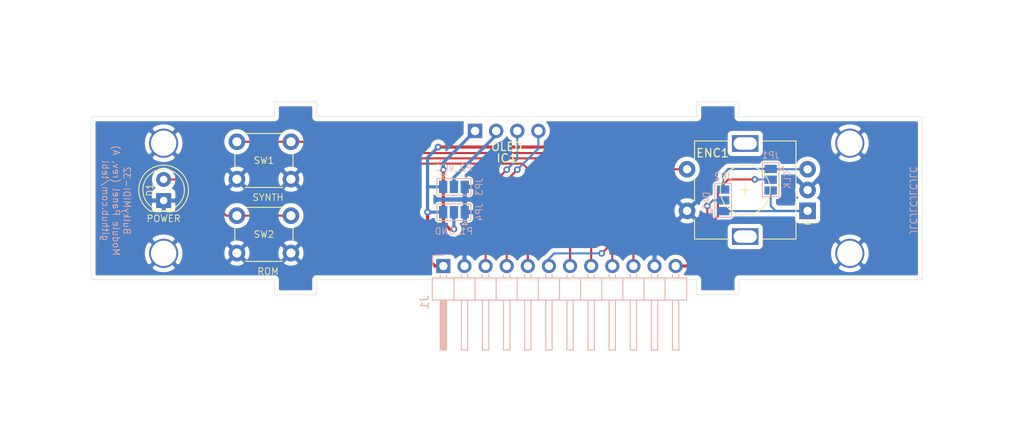
<source format=kicad_pcb>
(kicad_pcb (version 20171130) (host pcbnew "(5.1.8)-1")

  (general
    (thickness 1.6)
    (drawings 24)
    (tracks 108)
    (zones 0)
    (modules 14)
    (nets 15)
  )

  (page A4)
  (layers
    (0 F.Cu signal)
    (31 B.Cu signal)
    (32 B.Adhes user)
    (33 F.Adhes user)
    (34 B.Paste user)
    (35 F.Paste user)
    (36 B.SilkS user)
    (37 F.SilkS user)
    (38 B.Mask user)
    (39 F.Mask user)
    (40 Dwgs.User user)
    (41 Cmts.User user)
    (42 Eco1.User user)
    (43 Eco2.User user)
    (44 Edge.Cuts user)
    (45 Margin user)
    (46 B.CrtYd user)
    (47 F.CrtYd user)
    (48 B.Fab user)
    (49 F.Fab user)
  )

  (setup
    (last_trace_width 0.25)
    (trace_clearance 0.2)
    (zone_clearance 0.508)
    (zone_45_only no)
    (trace_min 0.2)
    (via_size 0.8)
    (via_drill 0.4)
    (via_min_size 0.4)
    (via_min_drill 0.3)
    (uvia_size 0.3)
    (uvia_drill 0.1)
    (uvias_allowed no)
    (uvia_min_size 0.2)
    (uvia_min_drill 0.1)
    (edge_width 0.05)
    (segment_width 0.2)
    (pcb_text_width 0.3)
    (pcb_text_size 1.5 1.5)
    (mod_edge_width 0.12)
    (mod_text_size 1 1)
    (mod_text_width 0.15)
    (pad_size 1.524 1.524)
    (pad_drill 0.762)
    (pad_to_mask_clearance 0)
    (aux_axis_origin 0 0)
    (grid_origin 141.09 121.579)
    (visible_elements 7FFFFFFF)
    (pcbplotparams
      (layerselection 0x011fc_ffffffff)
      (usegerberextensions true)
      (usegerberattributes false)
      (usegerberadvancedattributes false)
      (creategerberjobfile false)
      (excludeedgelayer true)
      (linewidth 0.100000)
      (plotframeref false)
      (viasonmask false)
      (mode 1)
      (useauxorigin false)
      (hpglpennumber 1)
      (hpglpenspeed 20)
      (hpglpendiameter 15.000000)
      (psnegative false)
      (psa4output false)
      (plotreference true)
      (plotvalue true)
      (plotinvisibletext false)
      (padsonsilk false)
      (subtractmaskfromsilk false)
      (outputformat 1)
      (mirror false)
      (drillshape 0)
      (scaleselection 1)
      (outputdirectory "export/"))
  )

  (net 0 "")
  (net 1 GND)
  (net 2 VCC)
  (net 3 /BTN)
  (net 4 /B)
  (net 5 /A)
  (net 6 /SDA)
  (net 7 /SCL)
  (net 8 "Net-(IC1-Pad1)")
  (net 9 "Net-(IC1-Pad2)")
  (net 10 /SYNTH)
  (net 11 /ROM)
  (net 12 /UP)
  (net 13 /DOWN)
  (net 14 /PWR)

  (net_class Default "This is the default net class."
    (clearance 0.2)
    (trace_width 0.25)
    (via_dia 0.8)
    (via_drill 0.4)
    (uvia_dia 0.3)
    (uvia_drill 0.1)
    (add_net /A)
    (add_net /B)
    (add_net /BTN)
    (add_net /DOWN)
    (add_net /PWR)
    (add_net /ROM)
    (add_net /SCL)
    (add_net /SDA)
    (add_net /SYNTH)
    (add_net /UP)
  )

  (net_class PWR ""
    (clearance 0.2)
    (trace_width 0.381)
    (via_dia 0.8)
    (via_drill 0.4)
    (uvia_dia 0.3)
    (uvia_drill 0.1)
    (add_net GND)
    (add_net "Net-(IC1-Pad1)")
    (add_net "Net-(IC1-Pad2)")
    (add_net VCC)
  )

  (module switch_cutout:SW_PUSH_6mm (layer F.Cu) (tedit 601DD404) (tstamp 62C8CEF1)
    (at 111.88 118.023)
    (descr https://www.omron.com/ecb/products/pdf/en-b3f.pdf)
    (tags "tact sw push 6mm")
    (path /62DCBDEC)
    (fp_text reference SW1 (at 0 -4.79) (layer F.SilkS) hide
      (effects (font (size 0.8 0.8) (thickness 0.1)))
    )
    (fp_text value SYNTH (at 0.5 4.45) (layer F.SilkS)
      (effects (font (size 0.8 0.8) (thickness 0.1)))
    )
    (fp_line (start 0 -3) (end 3 -3) (layer F.Fab) (width 0.1))
    (fp_line (start 3 -3) (end 3 3) (layer F.Fab) (width 0.1))
    (fp_line (start 3 3) (end -3 3) (layer F.Fab) (width 0.1))
    (fp_line (start -3 3) (end -3 -3) (layer F.Fab) (width 0.1))
    (fp_line (start -3 -3) (end 0 -3) (layer F.Fab) (width 0.1))
    (fp_line (start 4.5 3.75) (end 4.75 3.75) (layer F.CrtYd) (width 0.05))
    (fp_line (start 4.75 3.75) (end 4.75 3.5) (layer F.CrtYd) (width 0.05))
    (fp_line (start 4.5 -3.75) (end 4.75 -3.75) (layer F.CrtYd) (width 0.05))
    (fp_line (start 4.75 -3.75) (end 4.75 -3.5) (layer F.CrtYd) (width 0.05))
    (fp_line (start -4.75 -3.5) (end -4.75 -3.75) (layer F.CrtYd) (width 0.05))
    (fp_line (start -4.75 -3.75) (end -4.5 -3.75) (layer F.CrtYd) (width 0.05))
    (fp_line (start -4.75 3.5) (end -4.75 3.75) (layer F.CrtYd) (width 0.05))
    (fp_line (start -4.75 3.75) (end -4.5 3.75) (layer F.CrtYd) (width 0.05))
    (fp_line (start -4.5 -3.75) (end 4.5 -3.75) (layer F.CrtYd) (width 0.05))
    (fp_line (start -4.75 3.5) (end -4.75 -3.5) (layer F.CrtYd) (width 0.05))
    (fp_line (start 4.5 3.75) (end -4.5 3.75) (layer F.CrtYd) (width 0.05))
    (fp_line (start 4.75 -3.5) (end 4.75 3.5) (layer F.CrtYd) (width 0.05))
    (fp_line (start -2.25 3.25) (end 2.25 3.25) (layer F.SilkS) (width 0.12))
    (fp_line (start -3.5 -0.75) (end -3.5 0.75) (layer F.SilkS) (width 0.12))
    (fp_line (start 2.25 -3.25) (end -2.25 -3.25) (layer F.SilkS) (width 0.12))
    (fp_line (start 3.5 0.75) (end 3.5 -0.75) (layer F.SilkS) (width 0.12))
    (fp_circle (center 0 0) (end -2 0.25) (layer F.Fab) (width 0.1))
    (fp_text user %R (at 0 0) (layer F.SilkS)
      (effects (font (size 0.8 0.8) (thickness 0.1)))
    )
    (pad 1 thru_hole circle (at 3.25 -2.25 90) (size 2 2) (drill 1.1) (layers *.Cu *.Mask)
      (net 10 /SYNTH))
    (pad 2 thru_hole circle (at 3.25 2.25 90) (size 2 2) (drill 1.1) (layers *.Cu *.Mask)
      (net 1 GND))
    (pad 1 thru_hole circle (at -3.25 -2.25 90) (size 2 2) (drill 1.1) (layers *.Cu *.Mask)
      (net 10 /SYNTH))
    (pad 2 thru_hole circle (at -3.25 2.25 90) (size 2 2) (drill 1.1) (layers *.Cu *.Mask)
      (net 1 GND))
    (model ${KISYS3DMOD}/Button_Switch_THT.3dshapes/SW_PUSH_6mm.wrl
      (offset (xyz -3 2.5 0))
      (scale (xyz 1 1 1))
      (rotate (xyz 0 0 0))
    )
  )

  (module switch_cutout:SW_PUSH_6mm (layer F.Cu) (tedit 601DD404) (tstamp 62C8CF10)
    (at 111.88 126.913)
    (descr https://www.omron.com/ecb/products/pdf/en-b3f.pdf)
    (tags "tact sw push 6mm")
    (path /62DCCF03)
    (fp_text reference SW2 (at 0 -4.79) (layer F.SilkS) hide
      (effects (font (size 0.8 0.8) (thickness 0.1)))
    )
    (fp_text value ROM (at 0.5 4.45) (layer F.SilkS)
      (effects (font (size 0.8 0.8) (thickness 0.1)))
    )
    (fp_circle (center 0 0) (end -2 0.25) (layer F.Fab) (width 0.1))
    (fp_line (start 3.5 0.75) (end 3.5 -0.75) (layer F.SilkS) (width 0.12))
    (fp_line (start 2.25 -3.25) (end -2.25 -3.25) (layer F.SilkS) (width 0.12))
    (fp_line (start -3.5 -0.75) (end -3.5 0.75) (layer F.SilkS) (width 0.12))
    (fp_line (start -2.25 3.25) (end 2.25 3.25) (layer F.SilkS) (width 0.12))
    (fp_line (start 4.75 -3.5) (end 4.75 3.5) (layer F.CrtYd) (width 0.05))
    (fp_line (start 4.5 3.75) (end -4.5 3.75) (layer F.CrtYd) (width 0.05))
    (fp_line (start -4.75 3.5) (end -4.75 -3.5) (layer F.CrtYd) (width 0.05))
    (fp_line (start -4.5 -3.75) (end 4.5 -3.75) (layer F.CrtYd) (width 0.05))
    (fp_line (start -4.75 3.75) (end -4.5 3.75) (layer F.CrtYd) (width 0.05))
    (fp_line (start -4.75 3.5) (end -4.75 3.75) (layer F.CrtYd) (width 0.05))
    (fp_line (start -4.75 -3.75) (end -4.5 -3.75) (layer F.CrtYd) (width 0.05))
    (fp_line (start -4.75 -3.5) (end -4.75 -3.75) (layer F.CrtYd) (width 0.05))
    (fp_line (start 4.75 -3.75) (end 4.75 -3.5) (layer F.CrtYd) (width 0.05))
    (fp_line (start 4.5 -3.75) (end 4.75 -3.75) (layer F.CrtYd) (width 0.05))
    (fp_line (start 4.75 3.75) (end 4.75 3.5) (layer F.CrtYd) (width 0.05))
    (fp_line (start 4.5 3.75) (end 4.75 3.75) (layer F.CrtYd) (width 0.05))
    (fp_line (start -3 -3) (end 0 -3) (layer F.Fab) (width 0.1))
    (fp_line (start -3 3) (end -3 -3) (layer F.Fab) (width 0.1))
    (fp_line (start 3 3) (end -3 3) (layer F.Fab) (width 0.1))
    (fp_line (start 3 -3) (end 3 3) (layer F.Fab) (width 0.1))
    (fp_line (start 0 -3) (end 3 -3) (layer F.Fab) (width 0.1))
    (fp_text user %R (at 0 0) (layer F.SilkS)
      (effects (font (size 0.8 0.8) (thickness 0.1)))
    )
    (pad 2 thru_hole circle (at -3.25 2.25 90) (size 2 2) (drill 1.1) (layers *.Cu *.Mask)
      (net 1 GND))
    (pad 1 thru_hole circle (at -3.25 -2.25 90) (size 2 2) (drill 1.1) (layers *.Cu *.Mask)
      (net 11 /ROM))
    (pad 2 thru_hole circle (at 3.25 2.25 90) (size 2 2) (drill 1.1) (layers *.Cu *.Mask)
      (net 1 GND))
    (pad 1 thru_hole circle (at 3.25 -2.25 90) (size 2 2) (drill 1.1) (layers *.Cu *.Mask)
      (net 11 /ROM))
    (model ${KISYS3DMOD}/Button_Switch_THT.3dshapes/SW_PUSH_6mm.wrl
      (offset (xyz -3 3 0))
      (scale (xyz 1 1 1))
      (rotate (xyz 0 0 0))
    )
  )

  (module mounting:M3_pin (layer F.Cu) (tedit 5F76331A) (tstamp 6282A424)
    (at 99.815 129.199)
    (descr "module 1 pin (ou trou mecanique de percage)")
    (tags DEV)
    (path /6282631C)
    (fp_text reference M1 (at 3.048 0) (layer F.Fab) hide
      (effects (font (size 1 1) (thickness 0.15)))
    )
    (fp_text value Mounting_Pin (at 0 3) (layer F.Fab) hide
      (effects (font (size 1 1) (thickness 0.15)))
    )
    (fp_circle (center 0 0) (end 2 0.8) (layer F.Fab) (width 0.1))
    (fp_circle (center 0 0) (end 2.6 0) (layer F.CrtYd) (width 0.05))
    (pad 1 thru_hole circle (at 0 0) (size 3.5 3.5) (drill 3.048) (layers *.Cu *.Mask)
      (net 1 GND) (solder_mask_margin 0.8))
  )

  (module mounting:M3_pin (layer F.Cu) (tedit 5F76331A) (tstamp 6282A42B)
    (at 182.365 129.199)
    (descr "module 1 pin (ou trou mecanique de percage)")
    (tags DEV)
    (path /62826824)
    (fp_text reference M2 (at 0 -3.048) (layer F.Fab) hide
      (effects (font (size 1 1) (thickness 0.15)))
    )
    (fp_text value Mounting_Pin (at 0 3) (layer F.Fab) hide
      (effects (font (size 1 1) (thickness 0.15)))
    )
    (fp_circle (center 0 0) (end 2.6 0) (layer F.CrtYd) (width 0.05))
    (fp_circle (center 0 0) (end 2 0.8) (layer F.Fab) (width 0.1))
    (pad 1 thru_hole circle (at 0 0) (size 3.5 3.5) (drill 3.048) (layers *.Cu *.Mask)
      (net 1 GND) (solder_mask_margin 0.8))
  )

  (module mounting:M3_pin (layer F.Cu) (tedit 5F76331A) (tstamp 6282A432)
    (at 182.365 115.949)
    (descr "module 1 pin (ou trou mecanique de percage)")
    (tags DEV)
    (path /62826D8F)
    (fp_text reference M3 (at 0 -3.048) (layer F.Fab) hide
      (effects (font (size 1 1) (thickness 0.15)))
    )
    (fp_text value Mounting_Pin (at 0 3) (layer F.Fab) hide
      (effects (font (size 1 1) (thickness 0.15)))
    )
    (fp_circle (center 0 0) (end 2 0.8) (layer F.Fab) (width 0.1))
    (fp_circle (center 0 0) (end 2.6 0) (layer F.CrtYd) (width 0.05))
    (pad 1 thru_hole circle (at 0 0) (size 3.5 3.5) (drill 3.048) (layers *.Cu *.Mask)
      (net 1 GND) (solder_mask_margin 0.8))
  )

  (module mounting:M3_pin (layer F.Cu) (tedit 5F76331A) (tstamp 6282A439)
    (at 99.815 115.949)
    (descr "module 1 pin (ou trou mecanique de percage)")
    (tags DEV)
    (path /62827110)
    (fp_text reference M4 (at 0 -3.048) (layer F.Fab) hide
      (effects (font (size 1 1) (thickness 0.15)))
    )
    (fp_text value Mounting_Pin (at 0 3) (layer F.Fab) hide
      (effects (font (size 1 1) (thickness 0.15)))
    )
    (fp_circle (center 0 0) (end 2.6 0) (layer F.CrtYd) (width 0.05))
    (fp_circle (center 0 0) (end 2 0.8) (layer F.Fab) (width 0.1))
    (pad 1 thru_hole circle (at 0 0) (size 3.5 3.5) (drill 3.048) (layers *.Cu *.Mask)
      (net 1 GND) (solder_mask_margin 0.8))
  )

  (module Rotary_Encoder:RotaryEncoder_Alps_EC11E-Switch_Vertical_H20mm (layer F.Cu) (tedit 5A74C8CB) (tstamp 628EBC33)
    (at 177.285 124.079 180)
    (descr "Alps rotary encoder, EC12E... with switch, vertical shaft, http://www.alps.com/prod/info/E/HTML/Encoder/Incremental/EC11/EC11E15204A3.html")
    (tags "rotary encoder")
    (path /620DA106)
    (fp_text reference ENC1 (at 11.43 6.945) (layer F.SilkS)
      (effects (font (size 1 1) (thickness 0.15)))
    )
    (fp_text value Rotary_Encoder_Switch (at 7.5 10.4) (layer F.Fab)
      (effects (font (size 1 1) (thickness 0.15)))
    )
    (fp_line (start 7 2.5) (end 8 2.5) (layer F.SilkS) (width 0.12))
    (fp_line (start 7.5 2) (end 7.5 3) (layer F.SilkS) (width 0.12))
    (fp_line (start 13.6 6) (end 13.6 8.4) (layer F.SilkS) (width 0.12))
    (fp_line (start 13.6 1.2) (end 13.6 3.8) (layer F.SilkS) (width 0.12))
    (fp_line (start 13.6 -3.4) (end 13.6 -1) (layer F.SilkS) (width 0.12))
    (fp_line (start 4.5 2.5) (end 10.5 2.5) (layer F.Fab) (width 0.12))
    (fp_line (start 7.5 -0.5) (end 7.5 5.5) (layer F.Fab) (width 0.12))
    (fp_line (start 0.3 -1.6) (end 0 -1.3) (layer F.SilkS) (width 0.12))
    (fp_line (start -0.3 -1.6) (end 0.3 -1.6) (layer F.SilkS) (width 0.12))
    (fp_line (start 0 -1.3) (end -0.3 -1.6) (layer F.SilkS) (width 0.12))
    (fp_line (start 1.4 -3.4) (end 1.4 8.4) (layer F.SilkS) (width 0.12))
    (fp_line (start 5.5 -3.4) (end 1.4 -3.4) (layer F.SilkS) (width 0.12))
    (fp_line (start 5.5 8.4) (end 1.4 8.4) (layer F.SilkS) (width 0.12))
    (fp_line (start 13.6 8.4) (end 9.5 8.4) (layer F.SilkS) (width 0.12))
    (fp_line (start 9.5 -3.4) (end 13.6 -3.4) (layer F.SilkS) (width 0.12))
    (fp_line (start 1.5 -2.2) (end 2.5 -3.3) (layer F.Fab) (width 0.12))
    (fp_line (start 1.5 8.3) (end 1.5 -2.2) (layer F.Fab) (width 0.12))
    (fp_line (start 13.5 8.3) (end 1.5 8.3) (layer F.Fab) (width 0.12))
    (fp_line (start 13.5 -3.3) (end 13.5 8.3) (layer F.Fab) (width 0.12))
    (fp_line (start 2.5 -3.3) (end 13.5 -3.3) (layer F.Fab) (width 0.12))
    (fp_line (start -1.5 -4.6) (end 16 -4.6) (layer F.CrtYd) (width 0.05))
    (fp_line (start -1.5 -4.6) (end -1.5 9.6) (layer F.CrtYd) (width 0.05))
    (fp_line (start 16 9.6) (end 16 -4.6) (layer F.CrtYd) (width 0.05))
    (fp_line (start 16 9.6) (end -1.5 9.6) (layer F.CrtYd) (width 0.05))
    (fp_circle (center 7.5 2.5) (end 10.5 2.5) (layer F.SilkS) (width 0.12))
    (fp_circle (center 7.5 2.5) (end 10.5 2.5) (layer F.Fab) (width 0.12))
    (fp_text user %R (at 11.43 6.945) (layer F.Fab)
      (effects (font (size 1 1) (thickness 0.15)))
    )
    (pad S1 thru_hole circle (at 14.5 5 180) (size 2 2) (drill 1) (layers *.Cu *.Mask)
      (net 3 /BTN))
    (pad S2 thru_hole circle (at 14.5 0 180) (size 2 2) (drill 1) (layers *.Cu *.Mask)
      (net 1 GND))
    (pad MP thru_hole rect (at 7.5 8.1 180) (size 3.2 2) (drill oval 2.8 1.5) (layers *.Cu *.Mask))
    (pad MP thru_hole rect (at 7.5 -3.1 180) (size 3.2 2) (drill oval 2.8 1.5) (layers *.Cu *.Mask))
    (pad B thru_hole circle (at 0 5 180) (size 2 2) (drill 1) (layers *.Cu *.Mask)
      (net 4 /B))
    (pad C thru_hole circle (at 0 2.5 180) (size 2 2) (drill 1) (layers *.Cu *.Mask)
      (net 1 GND))
    (pad A thru_hole rect (at 0 0 180) (size 2 2) (drill 1) (layers *.Cu *.Mask)
      (net 5 /A))
    (model ${KISYS3DMOD}/Rotary_Encoder.3dshapes/RotaryEncoder_Alps_EC11E-Switch_Vertical_H20mm.wrl
      (at (xyz 0 0 0))
      (scale (xyz 1 1 1))
      (rotate (xyz 0 0 0))
    )
  )

  (module Jumper:SolderJumper-3_P1.3mm_Open_Pad1.0x1.5mm (layer B.Cu) (tedit 5A3F8BB2) (tstamp 628EBC45)
    (at 172.84 120.339 270)
    (descr "SMD Solder 3-pad Jumper, 1x1.5mm Pads, 0.3mm gap, open")
    (tags "solder jumper open")
    (path /620E742C)
    (attr virtual)
    (fp_text reference JP1 (at -2.951 0 180) (layer B.SilkS)
      (effects (font (size 0.8 0.8) (thickness 0.1)) (justify mirror))
    )
    (fp_text value CLK (at 0 -2 90) (layer B.SilkS)
      (effects (font (size 0.8 0.8) (thickness 0.1)) (justify mirror))
    )
    (fp_line (start -1.3 -1.2) (end -1 -1.5) (layer B.SilkS) (width 0.12))
    (fp_line (start -1.6 -1.5) (end -1 -1.5) (layer B.SilkS) (width 0.12))
    (fp_line (start -1.3 -1.2) (end -1.6 -1.5) (layer B.SilkS) (width 0.12))
    (fp_line (start -2.05 -1) (end -2.05 1) (layer B.SilkS) (width 0.12))
    (fp_line (start 2.05 -1) (end -2.05 -1) (layer B.SilkS) (width 0.12))
    (fp_line (start 2.05 1) (end 2.05 -1) (layer B.SilkS) (width 0.12))
    (fp_line (start -2.05 1) (end 2.05 1) (layer B.SilkS) (width 0.12))
    (fp_line (start -2.3 1.25) (end 2.3 1.25) (layer B.CrtYd) (width 0.05))
    (fp_line (start -2.3 1.25) (end -2.3 -1.25) (layer B.CrtYd) (width 0.05))
    (fp_line (start 2.3 -1.25) (end 2.3 1.25) (layer B.CrtYd) (width 0.05))
    (fp_line (start 2.3 -1.25) (end -2.3 -1.25) (layer B.CrtYd) (width 0.05))
    (pad 3 smd rect (at 1.3 0 270) (size 1 1.5) (layers B.Cu B.Mask)
      (net 5 /A))
    (pad 2 smd rect (at 0 0 270) (size 1 1.5) (layers B.Cu B.Mask)
      (net 13 /DOWN))
    (pad 1 smd rect (at -1.3 0 270) (size 1 1.5) (layers B.Cu B.Mask)
      (net 4 /B))
  )

  (module Jumper:SolderJumper-3_P1.3mm_Open_Pad1.0x1.5mm (layer B.Cu) (tedit 5A3F8BB2) (tstamp 628EBC57)
    (at 167.125 122.819 90)
    (descr "SMD Solder 3-pad Jumper, 1x1.5mm Pads, 0.3mm gap, open")
    (tags "solder jumper open")
    (path /6210F04F)
    (attr virtual)
    (fp_text reference JP2 (at 2.891 0 180) (layer B.SilkS)
      (effects (font (size 0.8 0.8) (thickness 0.1)) (justify mirror))
    )
    (fp_text value DAT (at 0 -2 90) (layer B.SilkS)
      (effects (font (size 0.8 0.8) (thickness 0.1)) (justify mirror))
    )
    (fp_line (start 2.3 -1.25) (end -2.3 -1.25) (layer B.CrtYd) (width 0.05))
    (fp_line (start 2.3 -1.25) (end 2.3 1.25) (layer B.CrtYd) (width 0.05))
    (fp_line (start -2.3 1.25) (end -2.3 -1.25) (layer B.CrtYd) (width 0.05))
    (fp_line (start -2.3 1.25) (end 2.3 1.25) (layer B.CrtYd) (width 0.05))
    (fp_line (start -2.05 1) (end 2.05 1) (layer B.SilkS) (width 0.12))
    (fp_line (start 2.05 1) (end 2.05 -1) (layer B.SilkS) (width 0.12))
    (fp_line (start 2.05 -1) (end -2.05 -1) (layer B.SilkS) (width 0.12))
    (fp_line (start -2.05 -1) (end -2.05 1) (layer B.SilkS) (width 0.12))
    (fp_line (start -1.3 -1.2) (end -1.6 -1.5) (layer B.SilkS) (width 0.12))
    (fp_line (start -1.6 -1.5) (end -1 -1.5) (layer B.SilkS) (width 0.12))
    (fp_line (start -1.3 -1.2) (end -1 -1.5) (layer B.SilkS) (width 0.12))
    (pad 1 smd rect (at -1.3 0 90) (size 1 1.5) (layers B.Cu B.Mask)
      (net 5 /A))
    (pad 2 smd rect (at 0 0 90) (size 1 1.5) (layers B.Cu B.Mask)
      (net 12 /UP))
    (pad 3 smd rect (at 1.3 0 90) (size 1 1.5) (layers B.Cu B.Mask)
      (net 4 /B))
  )

  (module i2c_oled:1.3_I2C_OLED_No_mounting (layer F.Cu) (tedit 61EDD3CF) (tstamp 62C8CE0D)
    (at 141.09 114.467)
    (descr "Through hole straight pin header, 1x04, 2.54mm pitch, single row")
    (tags "Through hole pin header THT 1x04 2.54mm single row")
    (path /62944F41)
    (fp_text reference IC1 (at 0 3.302) (layer F.SilkS)
      (effects (font (size 1 1) (thickness 0.15)))
    )
    (fp_text value OLED (at 0 1.905) (layer F.SilkS)
      (effects (font (size 1 1) (thickness 0.15)))
    )
    (fp_line (start 7 25.95) (end 7 31.35) (layer Dwgs.User) (width 0.15))
    (fp_line (start -7 25.95) (end -7 31.35) (layer Dwgs.User) (width 0.15))
    (fp_line (start 17.5 31.7) (end 17.5 -1.3) (layer F.Fab) (width 0.15))
    (fp_line (start -17.5 31.7) (end 17.5 31.7) (layer F.Fab) (width 0.15))
    (fp_line (start -17.5 -1.3) (end -17.5 31.7) (layer F.Fab) (width 0.15))
    (fp_line (start -17.5 -1.3) (end 17.5 -1.3) (layer F.Fab) (width 0.15))
    (fp_line (start -16.51 25.95) (end 16.51 25.95) (layer Dwgs.User) (width 0.15))
    (fp_line (start 16.51 25.95) (end 16.51 3.175) (layer Dwgs.User) (width 0.15))
    (fp_line (start 16.51 3.175) (end -16.51 3.175) (layer Dwgs.User) (width 0.15))
    (fp_line (start -16.51 3.175) (end -16.51 25.95) (layer Dwgs.User) (width 0.15))
    (fp_text user %R (at 0 3.302 180) (layer F.Fab)
      (effects (font (size 1 1) (thickness 0.15)))
    )
    (pad 4 thru_hole circle (at 3.81 0) (size 1.7272 1.7272) (drill 1.016) (layers *.Cu *.Mask)
      (net 6 /SDA))
    (pad 3 thru_hole circle (at 1.27 0) (size 1.7272 1.7272) (drill 1.016) (layers *.Cu *.Mask)
      (net 7 /SCL))
    (pad 2 thru_hole circle (at -1.27 0) (size 1.7272 1.7272) (drill 1.016) (layers *.Cu *.Mask)
      (net 9 "Net-(IC1-Pad2)"))
    (pad 1 thru_hole rect (at -3.81 0) (size 1.7272 1.7272) (drill 1.016) (layers *.Cu *.Mask)
      (net 8 "Net-(IC1-Pad1)"))
  )

  (module Connector_PinHeader_2.54mm:PinHeader_1x12_P2.54mm_Horizontal locked (layer B.Cu) (tedit 59FED5CB) (tstamp 62C8CE1F)
    (at 133.47 130.723 270)
    (descr "Through hole angled pin header, 1x12, 2.54mm pitch, 6mm pin length, single row")
    (tags "Through hole angled pin header THT 1x12 2.54mm single row")
    (path /62825997)
    (fp_text reference J1 (at 4.385 2.27 90) (layer B.SilkS)
      (effects (font (size 1 1) (thickness 0.15)) (justify mirror))
    )
    (fp_text value "Module Panel" (at 4.385 -30.21 90) (layer B.Fab)
      (effects (font (size 1 1) (thickness 0.15)) (justify mirror))
    )
    (fp_line (start 2.135 1.27) (end 4.04 1.27) (layer B.Fab) (width 0.1))
    (fp_line (start 4.04 1.27) (end 4.04 -29.21) (layer B.Fab) (width 0.1))
    (fp_line (start 4.04 -29.21) (end 1.5 -29.21) (layer B.Fab) (width 0.1))
    (fp_line (start 1.5 -29.21) (end 1.5 0.635) (layer B.Fab) (width 0.1))
    (fp_line (start 1.5 0.635) (end 2.135 1.27) (layer B.Fab) (width 0.1))
    (fp_line (start -0.32 0.32) (end 1.5 0.32) (layer B.Fab) (width 0.1))
    (fp_line (start -0.32 0.32) (end -0.32 -0.32) (layer B.Fab) (width 0.1))
    (fp_line (start -0.32 -0.32) (end 1.5 -0.32) (layer B.Fab) (width 0.1))
    (fp_line (start 4.04 0.32) (end 10.04 0.32) (layer B.Fab) (width 0.1))
    (fp_line (start 10.04 0.32) (end 10.04 -0.32) (layer B.Fab) (width 0.1))
    (fp_line (start 4.04 -0.32) (end 10.04 -0.32) (layer B.Fab) (width 0.1))
    (fp_line (start -0.32 -2.22) (end 1.5 -2.22) (layer B.Fab) (width 0.1))
    (fp_line (start -0.32 -2.22) (end -0.32 -2.86) (layer B.Fab) (width 0.1))
    (fp_line (start -0.32 -2.86) (end 1.5 -2.86) (layer B.Fab) (width 0.1))
    (fp_line (start 4.04 -2.22) (end 10.04 -2.22) (layer B.Fab) (width 0.1))
    (fp_line (start 10.04 -2.22) (end 10.04 -2.86) (layer B.Fab) (width 0.1))
    (fp_line (start 4.04 -2.86) (end 10.04 -2.86) (layer B.Fab) (width 0.1))
    (fp_line (start -0.32 -4.76) (end 1.5 -4.76) (layer B.Fab) (width 0.1))
    (fp_line (start -0.32 -4.76) (end -0.32 -5.4) (layer B.Fab) (width 0.1))
    (fp_line (start -0.32 -5.4) (end 1.5 -5.4) (layer B.Fab) (width 0.1))
    (fp_line (start 4.04 -4.76) (end 10.04 -4.76) (layer B.Fab) (width 0.1))
    (fp_line (start 10.04 -4.76) (end 10.04 -5.4) (layer B.Fab) (width 0.1))
    (fp_line (start 4.04 -5.4) (end 10.04 -5.4) (layer B.Fab) (width 0.1))
    (fp_line (start -0.32 -7.3) (end 1.5 -7.3) (layer B.Fab) (width 0.1))
    (fp_line (start -0.32 -7.3) (end -0.32 -7.94) (layer B.Fab) (width 0.1))
    (fp_line (start -0.32 -7.94) (end 1.5 -7.94) (layer B.Fab) (width 0.1))
    (fp_line (start 4.04 -7.3) (end 10.04 -7.3) (layer B.Fab) (width 0.1))
    (fp_line (start 10.04 -7.3) (end 10.04 -7.94) (layer B.Fab) (width 0.1))
    (fp_line (start 4.04 -7.94) (end 10.04 -7.94) (layer B.Fab) (width 0.1))
    (fp_line (start -0.32 -9.84) (end 1.5 -9.84) (layer B.Fab) (width 0.1))
    (fp_line (start -0.32 -9.84) (end -0.32 -10.48) (layer B.Fab) (width 0.1))
    (fp_line (start -0.32 -10.48) (end 1.5 -10.48) (layer B.Fab) (width 0.1))
    (fp_line (start 4.04 -9.84) (end 10.04 -9.84) (layer B.Fab) (width 0.1))
    (fp_line (start 10.04 -9.84) (end 10.04 -10.48) (layer B.Fab) (width 0.1))
    (fp_line (start 4.04 -10.48) (end 10.04 -10.48) (layer B.Fab) (width 0.1))
    (fp_line (start -0.32 -12.38) (end 1.5 -12.38) (layer B.Fab) (width 0.1))
    (fp_line (start -0.32 -12.38) (end -0.32 -13.02) (layer B.Fab) (width 0.1))
    (fp_line (start -0.32 -13.02) (end 1.5 -13.02) (layer B.Fab) (width 0.1))
    (fp_line (start 4.04 -12.38) (end 10.04 -12.38) (layer B.Fab) (width 0.1))
    (fp_line (start 10.04 -12.38) (end 10.04 -13.02) (layer B.Fab) (width 0.1))
    (fp_line (start 4.04 -13.02) (end 10.04 -13.02) (layer B.Fab) (width 0.1))
    (fp_line (start -0.32 -14.92) (end 1.5 -14.92) (layer B.Fab) (width 0.1))
    (fp_line (start -0.32 -14.92) (end -0.32 -15.56) (layer B.Fab) (width 0.1))
    (fp_line (start -0.32 -15.56) (end 1.5 -15.56) (layer B.Fab) (width 0.1))
    (fp_line (start 4.04 -14.92) (end 10.04 -14.92) (layer B.Fab) (width 0.1))
    (fp_line (start 10.04 -14.92) (end 10.04 -15.56) (layer B.Fab) (width 0.1))
    (fp_line (start 4.04 -15.56) (end 10.04 -15.56) (layer B.Fab) (width 0.1))
    (fp_line (start -0.32 -17.46) (end 1.5 -17.46) (layer B.Fab) (width 0.1))
    (fp_line (start -0.32 -17.46) (end -0.32 -18.1) (layer B.Fab) (width 0.1))
    (fp_line (start -0.32 -18.1) (end 1.5 -18.1) (layer B.Fab) (width 0.1))
    (fp_line (start 4.04 -17.46) (end 10.04 -17.46) (layer B.Fab) (width 0.1))
    (fp_line (start 10.04 -17.46) (end 10.04 -18.1) (layer B.Fab) (width 0.1))
    (fp_line (start 4.04 -18.1) (end 10.04 -18.1) (layer B.Fab) (width 0.1))
    (fp_line (start -0.32 -20) (end 1.5 -20) (layer B.Fab) (width 0.1))
    (fp_line (start -0.32 -20) (end -0.32 -20.64) (layer B.Fab) (width 0.1))
    (fp_line (start -0.32 -20.64) (end 1.5 -20.64) (layer B.Fab) (width 0.1))
    (fp_line (start 4.04 -20) (end 10.04 -20) (layer B.Fab) (width 0.1))
    (fp_line (start 10.04 -20) (end 10.04 -20.64) (layer B.Fab) (width 0.1))
    (fp_line (start 4.04 -20.64) (end 10.04 -20.64) (layer B.Fab) (width 0.1))
    (fp_line (start -0.32 -22.54) (end 1.5 -22.54) (layer B.Fab) (width 0.1))
    (fp_line (start -0.32 -22.54) (end -0.32 -23.18) (layer B.Fab) (width 0.1))
    (fp_line (start -0.32 -23.18) (end 1.5 -23.18) (layer B.Fab) (width 0.1))
    (fp_line (start 4.04 -22.54) (end 10.04 -22.54) (layer B.Fab) (width 0.1))
    (fp_line (start 10.04 -22.54) (end 10.04 -23.18) (layer B.Fab) (width 0.1))
    (fp_line (start 4.04 -23.18) (end 10.04 -23.18) (layer B.Fab) (width 0.1))
    (fp_line (start -0.32 -25.08) (end 1.5 -25.08) (layer B.Fab) (width 0.1))
    (fp_line (start -0.32 -25.08) (end -0.32 -25.72) (layer B.Fab) (width 0.1))
    (fp_line (start -0.32 -25.72) (end 1.5 -25.72) (layer B.Fab) (width 0.1))
    (fp_line (start 4.04 -25.08) (end 10.04 -25.08) (layer B.Fab) (width 0.1))
    (fp_line (start 10.04 -25.08) (end 10.04 -25.72) (layer B.Fab) (width 0.1))
    (fp_line (start 4.04 -25.72) (end 10.04 -25.72) (layer B.Fab) (width 0.1))
    (fp_line (start -0.32 -27.62) (end 1.5 -27.62) (layer B.Fab) (width 0.1))
    (fp_line (start -0.32 -27.62) (end -0.32 -28.26) (layer B.Fab) (width 0.1))
    (fp_line (start -0.32 -28.26) (end 1.5 -28.26) (layer B.Fab) (width 0.1))
    (fp_line (start 4.04 -27.62) (end 10.04 -27.62) (layer B.Fab) (width 0.1))
    (fp_line (start 10.04 -27.62) (end 10.04 -28.26) (layer B.Fab) (width 0.1))
    (fp_line (start 4.04 -28.26) (end 10.04 -28.26) (layer B.Fab) (width 0.1))
    (fp_line (start 1.44 1.33) (end 1.44 -29.27) (layer B.SilkS) (width 0.12))
    (fp_line (start 1.44 -29.27) (end 4.1 -29.27) (layer B.SilkS) (width 0.12))
    (fp_line (start 4.1 -29.27) (end 4.1 1.33) (layer B.SilkS) (width 0.12))
    (fp_line (start 4.1 1.33) (end 1.44 1.33) (layer B.SilkS) (width 0.12))
    (fp_line (start 4.1 0.38) (end 10.1 0.38) (layer B.SilkS) (width 0.12))
    (fp_line (start 10.1 0.38) (end 10.1 -0.38) (layer B.SilkS) (width 0.12))
    (fp_line (start 10.1 -0.38) (end 4.1 -0.38) (layer B.SilkS) (width 0.12))
    (fp_line (start 4.1 0.32) (end 10.1 0.32) (layer B.SilkS) (width 0.12))
    (fp_line (start 4.1 0.2) (end 10.1 0.2) (layer B.SilkS) (width 0.12))
    (fp_line (start 4.1 0.08) (end 10.1 0.08) (layer B.SilkS) (width 0.12))
    (fp_line (start 4.1 -0.04) (end 10.1 -0.04) (layer B.SilkS) (width 0.12))
    (fp_line (start 4.1 -0.16) (end 10.1 -0.16) (layer B.SilkS) (width 0.12))
    (fp_line (start 4.1 -0.28) (end 10.1 -0.28) (layer B.SilkS) (width 0.12))
    (fp_line (start 1.11 0.38) (end 1.44 0.38) (layer B.SilkS) (width 0.12))
    (fp_line (start 1.11 -0.38) (end 1.44 -0.38) (layer B.SilkS) (width 0.12))
    (fp_line (start 1.44 -1.27) (end 4.1 -1.27) (layer B.SilkS) (width 0.12))
    (fp_line (start 4.1 -2.16) (end 10.1 -2.16) (layer B.SilkS) (width 0.12))
    (fp_line (start 10.1 -2.16) (end 10.1 -2.92) (layer B.SilkS) (width 0.12))
    (fp_line (start 10.1 -2.92) (end 4.1 -2.92) (layer B.SilkS) (width 0.12))
    (fp_line (start 1.042929 -2.16) (end 1.44 -2.16) (layer B.SilkS) (width 0.12))
    (fp_line (start 1.042929 -2.92) (end 1.44 -2.92) (layer B.SilkS) (width 0.12))
    (fp_line (start 1.44 -3.81) (end 4.1 -3.81) (layer B.SilkS) (width 0.12))
    (fp_line (start 4.1 -4.7) (end 10.1 -4.7) (layer B.SilkS) (width 0.12))
    (fp_line (start 10.1 -4.7) (end 10.1 -5.46) (layer B.SilkS) (width 0.12))
    (fp_line (start 10.1 -5.46) (end 4.1 -5.46) (layer B.SilkS) (width 0.12))
    (fp_line (start 1.042929 -4.7) (end 1.44 -4.7) (layer B.SilkS) (width 0.12))
    (fp_line (start 1.042929 -5.46) (end 1.44 -5.46) (layer B.SilkS) (width 0.12))
    (fp_line (start 1.44 -6.35) (end 4.1 -6.35) (layer B.SilkS) (width 0.12))
    (fp_line (start 4.1 -7.24) (end 10.1 -7.24) (layer B.SilkS) (width 0.12))
    (fp_line (start 10.1 -7.24) (end 10.1 -8) (layer B.SilkS) (width 0.12))
    (fp_line (start 10.1 -8) (end 4.1 -8) (layer B.SilkS) (width 0.12))
    (fp_line (start 1.042929 -7.24) (end 1.44 -7.24) (layer B.SilkS) (width 0.12))
    (fp_line (start 1.042929 -8) (end 1.44 -8) (layer B.SilkS) (width 0.12))
    (fp_line (start 1.44 -8.89) (end 4.1 -8.89) (layer B.SilkS) (width 0.12))
    (fp_line (start 4.1 -9.78) (end 10.1 -9.78) (layer B.SilkS) (width 0.12))
    (fp_line (start 10.1 -9.78) (end 10.1 -10.54) (layer B.SilkS) (width 0.12))
    (fp_line (start 10.1 -10.54) (end 4.1 -10.54) (layer B.SilkS) (width 0.12))
    (fp_line (start 1.042929 -9.78) (end 1.44 -9.78) (layer B.SilkS) (width 0.12))
    (fp_line (start 1.042929 -10.54) (end 1.44 -10.54) (layer B.SilkS) (width 0.12))
    (fp_line (start 1.44 -11.43) (end 4.1 -11.43) (layer B.SilkS) (width 0.12))
    (fp_line (start 4.1 -12.32) (end 10.1 -12.32) (layer B.SilkS) (width 0.12))
    (fp_line (start 10.1 -12.32) (end 10.1 -13.08) (layer B.SilkS) (width 0.12))
    (fp_line (start 10.1 -13.08) (end 4.1 -13.08) (layer B.SilkS) (width 0.12))
    (fp_line (start 1.042929 -12.32) (end 1.44 -12.32) (layer B.SilkS) (width 0.12))
    (fp_line (start 1.042929 -13.08) (end 1.44 -13.08) (layer B.SilkS) (width 0.12))
    (fp_line (start 1.44 -13.97) (end 4.1 -13.97) (layer B.SilkS) (width 0.12))
    (fp_line (start 4.1 -14.86) (end 10.1 -14.86) (layer B.SilkS) (width 0.12))
    (fp_line (start 10.1 -14.86) (end 10.1 -15.62) (layer B.SilkS) (width 0.12))
    (fp_line (start 10.1 -15.62) (end 4.1 -15.62) (layer B.SilkS) (width 0.12))
    (fp_line (start 1.042929 -14.86) (end 1.44 -14.86) (layer B.SilkS) (width 0.12))
    (fp_line (start 1.042929 -15.62) (end 1.44 -15.62) (layer B.SilkS) (width 0.12))
    (fp_line (start 1.44 -16.51) (end 4.1 -16.51) (layer B.SilkS) (width 0.12))
    (fp_line (start 4.1 -17.4) (end 10.1 -17.4) (layer B.SilkS) (width 0.12))
    (fp_line (start 10.1 -17.4) (end 10.1 -18.16) (layer B.SilkS) (width 0.12))
    (fp_line (start 10.1 -18.16) (end 4.1 -18.16) (layer B.SilkS) (width 0.12))
    (fp_line (start 1.042929 -17.4) (end 1.44 -17.4) (layer B.SilkS) (width 0.12))
    (fp_line (start 1.042929 -18.16) (end 1.44 -18.16) (layer B.SilkS) (width 0.12))
    (fp_line (start 1.44 -19.05) (end 4.1 -19.05) (layer B.SilkS) (width 0.12))
    (fp_line (start 4.1 -19.94) (end 10.1 -19.94) (layer B.SilkS) (width 0.12))
    (fp_line (start 10.1 -19.94) (end 10.1 -20.7) (layer B.SilkS) (width 0.12))
    (fp_line (start 10.1 -20.7) (end 4.1 -20.7) (layer B.SilkS) (width 0.12))
    (fp_line (start 1.042929 -19.94) (end 1.44 -19.94) (layer B.SilkS) (width 0.12))
    (fp_line (start 1.042929 -20.7) (end 1.44 -20.7) (layer B.SilkS) (width 0.12))
    (fp_line (start 1.44 -21.59) (end 4.1 -21.59) (layer B.SilkS) (width 0.12))
    (fp_line (start 4.1 -22.48) (end 10.1 -22.48) (layer B.SilkS) (width 0.12))
    (fp_line (start 10.1 -22.48) (end 10.1 -23.24) (layer B.SilkS) (width 0.12))
    (fp_line (start 10.1 -23.24) (end 4.1 -23.24) (layer B.SilkS) (width 0.12))
    (fp_line (start 1.042929 -22.48) (end 1.44 -22.48) (layer B.SilkS) (width 0.12))
    (fp_line (start 1.042929 -23.24) (end 1.44 -23.24) (layer B.SilkS) (width 0.12))
    (fp_line (start 1.44 -24.13) (end 4.1 -24.13) (layer B.SilkS) (width 0.12))
    (fp_line (start 4.1 -25.02) (end 10.1 -25.02) (layer B.SilkS) (width 0.12))
    (fp_line (start 10.1 -25.02) (end 10.1 -25.78) (layer B.SilkS) (width 0.12))
    (fp_line (start 10.1 -25.78) (end 4.1 -25.78) (layer B.SilkS) (width 0.12))
    (fp_line (start 1.042929 -25.02) (end 1.44 -25.02) (layer B.SilkS) (width 0.12))
    (fp_line (start 1.042929 -25.78) (end 1.44 -25.78) (layer B.SilkS) (width 0.12))
    (fp_line (start 1.44 -26.67) (end 4.1 -26.67) (layer B.SilkS) (width 0.12))
    (fp_line (start 4.1 -27.56) (end 10.1 -27.56) (layer B.SilkS) (width 0.12))
    (fp_line (start 10.1 -27.56) (end 10.1 -28.32) (layer B.SilkS) (width 0.12))
    (fp_line (start 10.1 -28.32) (end 4.1 -28.32) (layer B.SilkS) (width 0.12))
    (fp_line (start 1.042929 -27.56) (end 1.44 -27.56) (layer B.SilkS) (width 0.12))
    (fp_line (start 1.042929 -28.32) (end 1.44 -28.32) (layer B.SilkS) (width 0.12))
    (fp_line (start -1.27 0) (end -1.27 1.27) (layer B.SilkS) (width 0.12))
    (fp_line (start -1.27 1.27) (end 0 1.27) (layer B.SilkS) (width 0.12))
    (fp_line (start -1.8 1.8) (end -1.8 -29.75) (layer B.CrtYd) (width 0.05))
    (fp_line (start -1.8 -29.75) (end 10.55 -29.75) (layer B.CrtYd) (width 0.05))
    (fp_line (start 10.55 -29.75) (end 10.55 1.8) (layer B.CrtYd) (width 0.05))
    (fp_line (start 10.55 1.8) (end -1.8 1.8) (layer B.CrtYd) (width 0.05))
    (fp_text user %R (at 2.77 -13.97 180) (layer B.Fab)
      (effects (font (size 1 1) (thickness 0.15)) (justify mirror))
    )
    (pad 1 thru_hole rect (at 0 0 270) (size 1.7 1.7) (drill 1) (layers *.Cu *.Mask)
      (net 2 VCC))
    (pad 2 thru_hole oval (at 0 -2.54 270) (size 1.7 1.7) (drill 1) (layers *.Cu *.Mask)
      (net 1 GND))
    (pad 3 thru_hole oval (at 0 -5.08 270) (size 1.7 1.7) (drill 1) (layers *.Cu *.Mask)
      (net 7 /SCL))
    (pad 4 thru_hole oval (at 0 -7.62 270) (size 1.7 1.7) (drill 1) (layers *.Cu *.Mask)
      (net 6 /SDA))
    (pad 5 thru_hole oval (at 0 -10.16 270) (size 1.7 1.7) (drill 1) (layers *.Cu *.Mask)
      (net 14 /PWR))
    (pad 6 thru_hole oval (at 0 -12.7 270) (size 1.7 1.7) (drill 1) (layers *.Cu *.Mask)
      (net 3 /BTN))
    (pad 7 thru_hole oval (at 0 -15.24 270) (size 1.7 1.7) (drill 1) (layers *.Cu *.Mask)
      (net 10 /SYNTH))
    (pad 8 thru_hole oval (at 0 -17.78 270) (size 1.7 1.7) (drill 1) (layers *.Cu *.Mask)
      (net 11 /ROM))
    (pad 9 thru_hole oval (at 0 -20.32 270) (size 1.7 1.7) (drill 1) (layers *.Cu *.Mask)
      (net 12 /UP))
    (pad 10 thru_hole oval (at 0 -22.86 270) (size 1.7 1.7) (drill 1) (layers *.Cu *.Mask)
      (net 13 /DOWN))
    (pad 11 thru_hole oval (at 0 -25.4 270) (size 1.7 1.7) (drill 1) (layers *.Cu *.Mask)
      (net 1 GND))
    (pad 12 thru_hole oval (at 0 -27.94 270) (size 1.7 1.7) (drill 1) (layers *.Cu *.Mask)
      (net 2 VCC))
    (model ${KISYS3DMOD}/Connector_PinHeader_2.54mm.3dshapes/PinHeader_1x12_P2.54mm_Horizontal.wrl
      (at (xyz 0 0 0))
      (scale (xyz 1 1 1))
      (rotate (xyz 0 0 0))
    )
  )

  (module LED_THT:LED_D5.0mm (layer F.Cu) (tedit 5995936A) (tstamp 62C8DB37)
    (at 99.815 122.849 90)
    (descr "LED, diameter 5.0mm, 2 pins, http://cdn-reichelt.de/documents/datenblatt/A500/LL-504BC2E-009.pdf")
    (tags "LED diameter 5.0mm 2 pins")
    (path /62E71D8E)
    (fp_text reference D1 (at 1.27 -1.651 90) (layer F.SilkS)
      (effects (font (size 0.8 0.8) (thickness 0.1)))
    )
    (fp_text value POWER (at -2.159 0 180) (layer F.SilkS)
      (effects (font (size 0.8 0.8) (thickness 0.1)))
    )
    (fp_circle (center 1.27 0) (end 3.77 0) (layer F.Fab) (width 0.1))
    (fp_circle (center 1.27 0) (end 3.77 0) (layer F.SilkS) (width 0.12))
    (fp_line (start -1.23 -1.469694) (end -1.23 1.469694) (layer F.Fab) (width 0.1))
    (fp_line (start -1.29 -1.545) (end -1.29 1.545) (layer F.SilkS) (width 0.12))
    (fp_line (start -1.95 -3.25) (end -1.95 3.25) (layer F.CrtYd) (width 0.05))
    (fp_line (start -1.95 3.25) (end 4.5 3.25) (layer F.CrtYd) (width 0.05))
    (fp_line (start 4.5 3.25) (end 4.5 -3.25) (layer F.CrtYd) (width 0.05))
    (fp_line (start 4.5 -3.25) (end -1.95 -3.25) (layer F.CrtYd) (width 0.05))
    (fp_arc (start 1.27 0) (end -1.23 -1.469694) (angle 299.1) (layer F.Fab) (width 0.1))
    (fp_arc (start 1.27 0) (end -1.29 -1.54483) (angle 148.9) (layer F.SilkS) (width 0.12))
    (fp_arc (start 1.27 0) (end -1.29 1.54483) (angle -148.9) (layer F.SilkS) (width 0.12))
    (fp_text user %R (at 1.25 0 90) (layer F.Fab)
      (effects (font (size 0.8 0.8) (thickness 0.2)))
    )
    (pad 1 thru_hole rect (at 0 0 90) (size 1.8 1.8) (drill 0.9) (layers *.Cu *.Mask)
      (net 1 GND))
    (pad 2 thru_hole circle (at 2.54 0 90) (size 1.8 1.8) (drill 0.9) (layers *.Cu *.Mask)
      (net 14 /PWR))
    (model ${KISYS3DMOD}/LED_THT.3dshapes/LED_D5.0mm.wrl
      (at (xyz 0 0 0))
      (scale (xyz 1 1 1))
      (rotate (xyz 0 0 0))
    )
  )

  (module Jumper:SolderJumper-3_P1.3mm_Open_Pad1.0x1.5mm (layer B.Cu) (tedit 5A3F8BB2) (tstamp 62C8E445)
    (at 134.74 124.246 180)
    (descr "SMD Solder 3-pad Jumper, 1x1.5mm Pads, 0.3mm gap, open")
    (tags "solder jumper open")
    (path /5F14C67F)
    (attr virtual)
    (fp_text reference JP3 (at -3.048 3.048 -90) (layer B.SilkS)
      (effects (font (size 0.8 0.8) (thickness 0.1)) (justify mirror))
    )
    (fp_text value P1_GND (at 0 -2.286) (layer B.SilkS)
      (effects (font (size 0.8 0.8) (thickness 0.1)) (justify mirror))
    )
    (fp_line (start -1.3 -1.2) (end -1 -1.5) (layer B.SilkS) (width 0.12))
    (fp_line (start -1.6 -1.5) (end -1 -1.5) (layer B.SilkS) (width 0.12))
    (fp_line (start -1.3 -1.2) (end -1.6 -1.5) (layer B.SilkS) (width 0.12))
    (fp_line (start -2.05 -1) (end -2.05 1) (layer B.SilkS) (width 0.12))
    (fp_line (start 2.05 -1) (end -2.05 -1) (layer B.SilkS) (width 0.12))
    (fp_line (start 2.05 1) (end 2.05 -1) (layer B.SilkS) (width 0.12))
    (fp_line (start -2.05 1) (end 2.05 1) (layer B.SilkS) (width 0.12))
    (fp_line (start -2.3 1.25) (end 2.3 1.25) (layer B.CrtYd) (width 0.05))
    (fp_line (start -2.3 1.25) (end -2.3 -1.25) (layer B.CrtYd) (width 0.05))
    (fp_line (start 2.3 -1.25) (end 2.3 1.25) (layer B.CrtYd) (width 0.05))
    (fp_line (start 2.3 -1.25) (end -2.3 -1.25) (layer B.CrtYd) (width 0.05))
    (pad 3 smd rect (at 1.3 0 180) (size 1 1.5) (layers B.Cu B.Mask)
      (net 2 VCC))
    (pad 2 smd rect (at 0 0 180) (size 1 1.5) (layers B.Cu B.Mask)
      (net 8 "Net-(IC1-Pad1)"))
    (pad 1 smd rect (at -1.3 0 180) (size 1 1.5) (layers B.Cu B.Mask)
      (net 1 GND))
  )

  (module Jumper:SolderJumper-3_P1.3mm_Open_Pad1.0x1.5mm (layer B.Cu) (tedit 5A3F8BB2) (tstamp 62C8E49B)
    (at 134.74 121.198)
    (descr "SMD Solder 3-pad Jumper, 1x1.5mm Pads, 0.3mm gap, open")
    (tags "solder jumper open")
    (path /5F12F8C1)
    (attr virtual)
    (fp_text reference JP4 (at 3.048 3.048 -90) (layer B.SilkS)
      (effects (font (size 0.8 0.8) (thickness 0.1)) (justify mirror))
    )
    (fp_text value P2_VCC (at 0 -2.286) (layer B.SilkS)
      (effects (font (size 0.8 0.8) (thickness 0.1)) (justify mirror))
    )
    (fp_line (start 2.3 -1.25) (end -2.3 -1.25) (layer B.CrtYd) (width 0.05))
    (fp_line (start 2.3 -1.25) (end 2.3 1.25) (layer B.CrtYd) (width 0.05))
    (fp_line (start -2.3 1.25) (end -2.3 -1.25) (layer B.CrtYd) (width 0.05))
    (fp_line (start -2.3 1.25) (end 2.3 1.25) (layer B.CrtYd) (width 0.05))
    (fp_line (start -2.05 1) (end 2.05 1) (layer B.SilkS) (width 0.12))
    (fp_line (start 2.05 1) (end 2.05 -1) (layer B.SilkS) (width 0.12))
    (fp_line (start 2.05 -1) (end -2.05 -1) (layer B.SilkS) (width 0.12))
    (fp_line (start -2.05 -1) (end -2.05 1) (layer B.SilkS) (width 0.12))
    (fp_line (start -1.3 -1.2) (end -1.6 -1.5) (layer B.SilkS) (width 0.12))
    (fp_line (start -1.6 -1.5) (end -1 -1.5) (layer B.SilkS) (width 0.12))
    (fp_line (start -1.3 -1.2) (end -1 -1.5) (layer B.SilkS) (width 0.12))
    (pad 1 smd rect (at -1.3 0) (size 1 1.5) (layers B.Cu B.Mask)
      (net 2 VCC))
    (pad 2 smd rect (at 0 0) (size 1 1.5) (layers B.Cu B.Mask)
      (net 9 "Net-(IC1-Pad2)"))
    (pad 3 smd rect (at 1.3 0) (size 1 1.5) (layers B.Cu B.Mask)
      (net 1 GND))
  )

  (gr_text JLCJLCJLCJLC (at 189.985 122.849 270) (layer B.SilkS) (tstamp 62C8ED1D)
    (effects (font (size 0.8 0.8) (thickness 0.1)) (justify mirror))
  )
  (gr_text "BulkyMIDI-32\nModule Panel (rev. A)\ngithub.com/tebl" (at 94.1 122.849 270) (layer B.SilkS) (tstamp 6286D3C9)
    (effects (font (size 0.8 0.8) (thickness 0.1)) (justify mirror))
  )
  (gr_line (start 163.95 112.774) (end 141.09 112.774) (layer Edge.Cuts) (width 0.05) (tstamp 6282E724))
  (gr_line (start 118.23 112.774) (end 141.09 112.774) (layer Edge.Cuts) (width 0.05) (tstamp 6282E723))
  (gr_line (start 113.15 112.774) (end 91.09 112.774) (layer Edge.Cuts) (width 0.05) (tstamp 6282E722))
  (gr_line (start 191.09 112.774) (end 169.03 112.774) (layer Edge.Cuts) (width 0.05) (tstamp 6282E721))
  (gr_line (start 163.95 112.774) (end 163.95 110.974) (layer Edge.Cuts) (width 0.05) (tstamp 6282E720))
  (gr_line (start 169.03 110.974) (end 163.95 110.974) (layer Edge.Cuts) (width 0.05) (tstamp 6282E71F))
  (gr_line (start 118.23 112.774) (end 118.23 110.974) (layer Edge.Cuts) (width 0.05) (tstamp 6282E71E))
  (gr_line (start 118.23 110.974) (end 113.15 110.974) (layer Edge.Cuts) (width 0.05) (tstamp 6282E71D))
  (gr_line (start 169.03 112.774) (end 169.03 110.974) (layer Edge.Cuts) (width 0.05) (tstamp 6282E71C))
  (gr_line (start 113.15 112.774) (end 113.15 110.974) (layer Edge.Cuts) (width 0.05) (tstamp 6282E71B))
  (gr_line (start 163.95 132.374) (end 141.09 132.374) (layer Edge.Cuts) (width 0.05) (tstamp 6282E6FC))
  (gr_line (start 118.23 132.374) (end 141.09 132.374) (layer Edge.Cuts) (width 0.05) (tstamp 6282E6F8))
  (gr_line (start 169.03 132.374) (end 169.03 134.174) (layer Edge.Cuts) (width 0.05) (tstamp 6282E1A4))
  (gr_line (start 163.95 132.374) (end 163.95 134.174) (layer Edge.Cuts) (width 0.05) (tstamp 6282E1A3))
  (gr_line (start 163.95 134.174) (end 169.03 134.174) (layer Edge.Cuts) (width 0.05) (tstamp 6282E1A2))
  (gr_line (start 118.23 132.374) (end 118.23 134.174) (layer Edge.Cuts) (width 0.05) (tstamp 6282E1A4))
  (gr_line (start 113.15 132.374) (end 113.15 134.174) (layer Edge.Cuts) (width 0.05) (tstamp 6282E1A3))
  (gr_line (start 113.15 134.174) (end 118.23 134.174) (layer Edge.Cuts) (width 0.05) (tstamp 6282E1A2))
  (gr_line (start 91.09 132.374) (end 113.15 132.374) (layer Edge.Cuts) (width 0.05) (tstamp 620DB217))
  (gr_line (start 91.09 112.774) (end 91.09 132.374) (layer Edge.Cuts) (width 0.05))
  (gr_line (start 191.09 132.374) (end 191.09 112.774) (layer Edge.Cuts) (width 0.05))
  (gr_line (start 169.03 132.374) (end 191.09 132.374) (layer Edge.Cuts) (width 0.05))

  (segment (start 136.01 124.276) (end 136.04 124.246) (width 0.381) (layer B.Cu) (net 1))
  (segment (start 133.44 121.198) (end 133.089 121.198) (width 0.381) (layer B.Cu) (net 2))
  (via (at 132.835 116.409) (size 0.8) (drill 0.4) (layers F.Cu B.Cu) (net 2))
  (segment (start 131.565 117.679) (end 131.565 117.769) (width 0.381) (layer B.Cu) (net 2))
  (segment (start 132.835 116.409) (end 131.565 117.679) (width 0.381) (layer B.Cu) (net 2))
  (segment (start 132.835 116.409) (end 132.925 116.499) (width 0.381) (layer F.Cu) (net 2))
  (segment (start 131.565 119.039) (end 131.565 119.129) (width 0.381) (layer B.Cu) (net 2))
  (segment (start 131.565 119.039) (end 131.565 117.769) (width 0.381) (layer B.Cu) (net 2))
  (segment (start 132.454 130.723) (end 133.47 130.723) (width 0.381) (layer F.Cu) (net 2))
  (segment (start 131.565 129.834) (end 132.454 130.723) (width 0.381) (layer F.Cu) (net 2))
  (segment (start 133.44 121.198) (end 131.565 121.198) (width 0.381) (layer B.Cu) (net 2))
  (via (at 131.565 124.246) (size 0.8) (drill 0.4) (layers F.Cu B.Cu) (net 2))
  (segment (start 133.44 124.246) (end 131.565 124.246) (width 0.381) (layer B.Cu) (net 2))
  (segment (start 131.565 126.151) (end 131.565 129.834) (width 0.381) (layer F.Cu) (net 2))
  (segment (start 131.565 126.151) (end 131.565 124.246) (width 0.381) (layer F.Cu) (net 2))
  (segment (start 131.565 119.039) (end 131.565 121.198) (width 0.381) (layer B.Cu) (net 2))
  (segment (start 131.565 121.198) (end 131.565 124.246) (width 0.381) (layer B.Cu) (net 2))
  (segment (start 146.08 116.409) (end 132.835 116.409) (width 0.381) (layer F.Cu) (net 2))
  (segment (start 148.53 113.959) (end 146.08 116.409) (width 0.381) (layer F.Cu) (net 2))
  (segment (start 178.555 113.959) (end 148.53 113.959) (width 0.381) (layer F.Cu) (net 2))
  (segment (start 179.19 114.594) (end 178.555 113.959) (width 0.381) (layer F.Cu) (net 2))
  (segment (start 179.19 129.834) (end 179.19 114.594) (width 0.381) (layer F.Cu) (net 2))
  (segment (start 178.301 130.723) (end 179.19 129.834) (width 0.381) (layer F.Cu) (net 2))
  (segment (start 161.41 130.723) (end 178.301 130.723) (width 0.381) (layer F.Cu) (net 2))
  (segment (start 146.17 130.723) (end 146.17 129.834) (width 0.25) (layer B.Cu) (net 3))
  (via (at 152.52 129.199) (size 0.8) (drill 0.4) (layers F.Cu B.Cu) (net 3))
  (segment (start 146.805 129.199) (end 152.52 129.199) (width 0.25) (layer B.Cu) (net 3))
  (segment (start 146.17 129.834) (end 146.805 129.199) (width 0.25) (layer B.Cu) (net 3))
  (segment (start 156.925 119.079) (end 162.785 119.079) (width 0.25) (layer F.Cu) (net 3))
  (segment (start 153.155 122.849) (end 156.925 119.079) (width 0.25) (layer F.Cu) (net 3))
  (segment (start 153.155 128.564) (end 153.155 122.849) (width 0.25) (layer F.Cu) (net 3))
  (segment (start 152.52 129.199) (end 153.155 128.564) (width 0.25) (layer F.Cu) (net 3))
  (segment (start 172.88 119.079) (end 172.84 119.039) (width 0.25) (layer B.Cu) (net 4) (status 30))
  (segment (start 177.285 119.079) (end 172.88 119.079) (width 0.25) (layer B.Cu) (net 4) (status 30))
  (segment (start 172.84 119.039) (end 167.76 119.039) (width 0.25) (layer B.Cu) (net 4) (status 10))
  (segment (start 167.125 119.674) (end 167.125 121.519) (width 0.25) (layer B.Cu) (net 4) (status 20))
  (segment (start 167.76 119.039) (end 167.125 119.674) (width 0.25) (layer B.Cu) (net 4))
  (segment (start 172.84 121.639) (end 172.84 123.484) (width 0.25) (layer B.Cu) (net 5) (status 10))
  (segment (start 173.435 124.079) (end 177.285 124.079) (width 0.25) (layer B.Cu) (net 5) (status 20))
  (segment (start 172.84 123.484) (end 173.435 124.079) (width 0.25) (layer B.Cu) (net 5))
  (segment (start 177.245 124.119) (end 177.285 124.079) (width 0.25) (layer B.Cu) (net 5) (status 30))
  (segment (start 167.125 124.119) (end 177.245 124.119) (width 0.25) (layer B.Cu) (net 5) (status 30))
  (via (at 142.36 119.129) (size 0.8) (drill 0.4) (layers F.Cu B.Cu) (net 6))
  (segment (start 144.9 116.589) (end 142.36 119.129) (width 0.25) (layer B.Cu) (net 6))
  (segment (start 144.9 114.467) (end 144.9 116.589) (width 0.25) (layer B.Cu) (net 6))
  (segment (start 141.09 120.399) (end 141.09 130.723) (width 0.25) (layer F.Cu) (net 6))
  (segment (start 142.36 119.129) (end 141.09 120.399) (width 0.25) (layer F.Cu) (net 6))
  (via (at 141.090008 119.129) (size 0.8) (drill 0.4) (layers F.Cu B.Cu) (net 7))
  (segment (start 138.55 130.723) (end 138.55 121.669008) (width 0.25) (layer F.Cu) (net 7))
  (segment (start 138.55 121.669008) (end 141.090008 119.129) (width 0.25) (layer F.Cu) (net 7))
  (segment (start 142.36 114.467) (end 142.36 117.859008) (width 0.25) (layer B.Cu) (net 7))
  (segment (start 142.36 117.859008) (end 141.090008 119.129) (width 0.25) (layer B.Cu) (net 7))
  (via (at 134.74 126.278) (size 0.8) (drill 0.4) (layers F.Cu B.Cu) (net 8))
  (segment (start 134.74 124.246) (end 134.74 126.278) (width 0.381) (layer B.Cu) (net 8))
  (via (at 133.47 119.12901) (size 0.8) (drill 0.4) (layers F.Cu B.Cu) (net 8))
  (segment (start 133.47 118.277) (end 133.47 119.12901) (width 0.381) (layer B.Cu) (net 8))
  (segment (start 137.28 114.467) (end 133.47 118.277) (width 0.381) (layer B.Cu) (net 8))
  (segment (start 133.47 125.516) (end 133.47 119.12901) (width 0.381) (layer F.Cu) (net 8))
  (segment (start 134.232 126.278) (end 133.47 125.516) (width 0.381) (layer F.Cu) (net 8))
  (segment (start 134.74 126.278) (end 134.232 126.278) (width 0.381) (layer F.Cu) (net 8))
  (segment (start 134.74 120.055) (end 134.74 121.198) (width 0.381) (layer B.Cu) (net 9))
  (segment (start 139.82 114.975) (end 134.74 120.055) (width 0.381) (layer B.Cu) (net 9))
  (segment (start 139.82 114.467) (end 139.82 114.975) (width 0.381) (layer B.Cu) (net 9))
  (segment (start 108.63 115.773) (end 115.13 115.773) (width 0.25) (layer F.Cu) (net 10))
  (segment (start 148.71 121.579) (end 148.71 130.723) (width 0.25) (layer F.Cu) (net 10))
  (segment (start 118.948 117.769) (end 144.9 117.769) (width 0.25) (layer F.Cu) (net 10))
  (segment (start 116.952 115.773) (end 118.948 117.769) (width 0.25) (layer F.Cu) (net 10))
  (segment (start 144.9 117.769) (end 148.71 121.579) (width 0.25) (layer F.Cu) (net 10))
  (segment (start 115.13 115.773) (end 116.952 115.773) (width 0.25) (layer F.Cu) (net 10))
  (segment (start 108.63 124.663) (end 115.13 124.663) (width 0.25) (layer F.Cu) (net 11))
  (segment (start 145.535 117.134) (end 151.25 122.849) (width 0.25) (layer F.Cu) (net 11))
  (segment (start 151.25 122.849) (end 151.25 130.723) (width 0.25) (layer F.Cu) (net 11))
  (segment (start 119.5 117.134) (end 145.535 117.134) (width 0.25) (layer F.Cu) (net 11))
  (segment (start 116.325 113.959) (end 119.5 117.134) (width 0.25) (layer F.Cu) (net 11))
  (segment (start 107.435 113.959) (end 116.325 113.959) (width 0.25) (layer F.Cu) (net 11))
  (segment (start 106.8 114.594) (end 107.435 113.959) (width 0.25) (layer F.Cu) (net 11))
  (segment (start 106.8 124.119) (end 106.8 114.594) (width 0.25) (layer F.Cu) (net 11))
  (segment (start 107.344 124.663) (end 106.8 124.119) (width 0.25) (layer F.Cu) (net 11))
  (segment (start 108.63 124.663) (end 107.344 124.663) (width 0.25) (layer F.Cu) (net 11))
  (via (at 165.22 123.48401) (size 0.8) (drill 0.4) (layers F.Cu B.Cu) (net 12))
  (segment (start 167.125 122.819) (end 165.88501 122.819) (width 0.25) (layer B.Cu) (net 12))
  (segment (start 165.88501 122.819) (end 165.22 123.48401) (width 0.25) (layer B.Cu) (net 12))
  (segment (start 165.22 123.48401) (end 165.22 124.754) (width 0.25) (layer F.Cu) (net 12))
  (segment (start 165.22 124.754) (end 163.95 126.024) (width 0.25) (layer F.Cu) (net 12))
  (segment (start 163.95 126.024) (end 155.06 126.024) (width 0.25) (layer F.Cu) (net 12))
  (segment (start 155.06 126.024) (end 153.79 127.294) (width 0.25) (layer F.Cu) (net 12))
  (segment (start 153.79 130.723) (end 153.79 127.294) (width 0.25) (layer F.Cu) (net 12))
  (via (at 170.935 120.309) (size 0.8) (drill 0.4) (layers F.Cu B.Cu) (net 13))
  (segment (start 172.81 120.309) (end 172.84 120.339) (width 0.25) (layer B.Cu) (net 13))
  (segment (start 170.935 120.309) (end 172.81 120.309) (width 0.25) (layer B.Cu) (net 13))
  (segment (start 157.6 126.659) (end 164.585 126.659) (width 0.25) (layer F.Cu) (net 13))
  (segment (start 156.33 127.929) (end 157.6 126.659) (width 0.25) (layer F.Cu) (net 13))
  (segment (start 156.33 130.723) (end 156.33 127.929) (width 0.25) (layer F.Cu) (net 13))
  (segment (start 166.49 124.754) (end 166.49 121.579) (width 0.25) (layer F.Cu) (net 13))
  (segment (start 164.585 126.659) (end 166.49 124.754) (width 0.25) (layer F.Cu) (net 13))
  (segment (start 167.76 120.309) (end 170.935 120.309) (width 0.25) (layer F.Cu) (net 13))
  (segment (start 166.49 121.579) (end 167.76 120.309) (width 0.25) (layer F.Cu) (net 13))
  (segment (start 105.53 120.309) (end 99.815 120.309) (width 0.25) (layer F.Cu) (net 14))
  (segment (start 106.165 125.389) (end 106.165 120.944) (width 0.25) (layer F.Cu) (net 14))
  (segment (start 116.325 126.659) (end 107.435 126.659) (width 0.25) (layer F.Cu) (net 14))
  (segment (start 106.165 120.944) (end 105.53 120.309) (width 0.25) (layer F.Cu) (net 14))
  (segment (start 117.595 119.674) (end 117.595 125.389) (width 0.25) (layer F.Cu) (net 14))
  (segment (start 118.865 118.404) (end 117.595 119.674) (width 0.25) (layer F.Cu) (net 14))
  (segment (start 142.995 118.404) (end 118.865 118.404) (width 0.25) (layer F.Cu) (net 14))
  (segment (start 143.63 119.039) (end 142.995 118.404) (width 0.25) (layer F.Cu) (net 14))
  (segment (start 107.435 126.659) (end 106.165 125.389) (width 0.25) (layer F.Cu) (net 14))
  (segment (start 117.595 125.389) (end 116.325 126.659) (width 0.25) (layer F.Cu) (net 14))
  (segment (start 143.63 130.723) (end 143.63 119.039) (width 0.25) (layer F.Cu) (net 14))

  (zone (net 1) (net_name GND) (layer B.Cu) (tstamp 0) (hatch edge 0.508)
    (connect_pads (clearance 0.508))
    (min_thickness 0.254)
    (fill yes (arc_segments 32) (thermal_gap 0.508) (thermal_bridge_width 0.508))
    (polygon
      (pts
        (xy 203.32 151.424) (xy 80.13 151.424) (xy 80.13 98.719) (xy 203.32 98.719)
      )
    )
    (filled_polygon
      (pts
        (xy 117.57 112.74158) (xy 117.566807 112.774) (xy 117.57955 112.903383) (xy 117.61729 113.027793) (xy 117.678575 113.14245)
        (xy 117.761052 113.242948) (xy 117.86155 113.325425) (xy 117.976207 113.38671) (xy 118.100617 113.42445) (xy 118.23 113.437193)
        (xy 118.262419 113.434) (xy 135.804214 113.434) (xy 135.790588 113.478918) (xy 135.778328 113.6034) (xy 135.778328 114.801238)
        (xy 133.803042 116.776526) (xy 133.830226 116.710898) (xy 133.87 116.510939) (xy 133.87 116.307061) (xy 133.830226 116.107102)
        (xy 133.752205 115.918744) (xy 133.638937 115.749226) (xy 133.494774 115.605063) (xy 133.325256 115.491795) (xy 133.136898 115.413774)
        (xy 132.936939 115.374) (xy 132.733061 115.374) (xy 132.533102 115.413774) (xy 132.344744 115.491795) (xy 132.175226 115.605063)
        (xy 132.031063 115.749226) (xy 131.917795 115.918744) (xy 131.839774 116.107102) (xy 131.807572 116.268996) (xy 131.009966 117.066602)
        (xy 130.978459 117.092459) (xy 130.928396 117.153462) (xy 130.875301 117.218158) (xy 130.803399 117.352677) (xy 130.798647 117.361567)
        (xy 130.751444 117.517175) (xy 130.741454 117.618609) (xy 130.735506 117.679) (xy 130.7395 117.71955) (xy 130.7395 117.809553)
        (xy 130.739501 117.809563) (xy 130.7395 118.998447) (xy 130.7395 118.998448) (xy 130.739501 121.157437) (xy 130.735506 121.198)
        (xy 130.7395 121.238553) (xy 130.739501 123.618496) (xy 130.647795 123.755744) (xy 130.569774 123.944102) (xy 130.53 124.144061)
        (xy 130.53 124.347939) (xy 130.569774 124.547898) (xy 130.647795 124.736256) (xy 130.761063 124.905774) (xy 130.905226 125.049937)
        (xy 131.074744 125.163205) (xy 131.263102 125.241226) (xy 131.463061 125.281) (xy 131.666939 125.281) (xy 131.866898 125.241226)
        (xy 132.055256 125.163205) (xy 132.192503 125.0715) (xy 132.309364 125.0715) (xy 132.314188 125.120482) (xy 132.350498 125.24018)
        (xy 132.409463 125.350494) (xy 132.488815 125.447185) (xy 132.585506 125.526537) (xy 132.69582 125.585502) (xy 132.815518 125.621812)
        (xy 132.94 125.634072) (xy 133.914501 125.634072) (xy 133.914501 125.650496) (xy 133.822795 125.787744) (xy 133.744774 125.976102)
        (xy 133.705 126.176061) (xy 133.705 126.379939) (xy 133.744774 126.579898) (xy 133.822795 126.768256) (xy 133.936063 126.937774)
        (xy 134.080226 127.081937) (xy 134.249744 127.195205) (xy 134.438102 127.273226) (xy 134.638061 127.313) (xy 134.841939 127.313)
        (xy 135.041898 127.273226) (xy 135.230256 127.195205) (xy 135.399774 127.081937) (xy 135.543937 126.937774) (xy 135.657205 126.768256)
        (xy 135.735226 126.579898) (xy 135.775 126.379939) (xy 135.775 126.179) (xy 167.546928 126.179) (xy 167.546928 128.179)
        (xy 167.559188 128.303482) (xy 167.595498 128.42318) (xy 167.654463 128.533494) (xy 167.733815 128.630185) (xy 167.830506 128.709537)
        (xy 167.94082 128.768502) (xy 168.060518 128.804812) (xy 168.185 128.817072) (xy 171.385 128.817072) (xy 171.509482 128.804812)
        (xy 171.62918 128.768502) (xy 171.739494 128.709537) (xy 171.836185 128.630185) (xy 171.915537 128.533494) (xy 171.974502 128.42318)
        (xy 172.010812 128.303482) (xy 172.023072 128.179) (xy 172.023072 127.529391) (xy 180.874997 127.529391) (xy 182.365 129.019395)
        (xy 183.855003 127.529391) (xy 183.668927 127.188234) (xy 183.251591 126.972487) (xy 182.800185 126.842304) (xy 182.332054 126.802687)
        (xy 181.865189 126.855158) (xy 181.417532 126.997703) (xy 181.061073 127.188234) (xy 180.874997 127.529391) (xy 172.023072 127.529391)
        (xy 172.023072 126.179) (xy 172.010812 126.054518) (xy 171.974502 125.93482) (xy 171.915537 125.824506) (xy 171.836185 125.727815)
        (xy 171.739494 125.648463) (xy 171.62918 125.589498) (xy 171.509482 125.553188) (xy 171.385 125.540928) (xy 168.185 125.540928)
        (xy 168.060518 125.553188) (xy 167.94082 125.589498) (xy 167.830506 125.648463) (xy 167.733815 125.727815) (xy 167.654463 125.824506)
        (xy 167.595498 125.93482) (xy 167.559188 126.054518) (xy 167.546928 126.179) (xy 135.775 126.179) (xy 135.775 126.176061)
        (xy 135.735226 125.976102) (xy 135.657205 125.787744) (xy 135.5655 125.650497) (xy 135.5655 125.633706) (xy 135.75425 125.631)
        (xy 135.913 125.47225) (xy 135.913 124.373) (xy 136.167 124.373) (xy 136.167 125.47225) (xy 136.32575 125.631)
        (xy 136.54 125.634072) (xy 136.664482 125.621812) (xy 136.78418 125.585502) (xy 136.894494 125.526537) (xy 136.991185 125.447185)
        (xy 137.070537 125.350494) (xy 137.129502 125.24018) (xy 137.137318 125.214413) (xy 161.829192 125.214413) (xy 161.924956 125.478814)
        (xy 162.214571 125.619704) (xy 162.526108 125.701384) (xy 162.847595 125.720718) (xy 163.166675 125.676961) (xy 163.471088 125.571795)
        (xy 163.645044 125.478814) (xy 163.740808 125.214413) (xy 162.785 124.258605) (xy 161.829192 125.214413) (xy 137.137318 125.214413)
        (xy 137.165812 125.120482) (xy 137.178072 124.996) (xy 137.175 124.53175) (xy 137.01625 124.373) (xy 136.167 124.373)
        (xy 135.913 124.373) (xy 135.893 124.373) (xy 135.893 124.141595) (xy 161.143282 124.141595) (xy 161.187039 124.460675)
        (xy 161.292205 124.765088) (xy 161.385186 124.939044) (xy 161.649587 125.034808) (xy 162.605395 124.079) (xy 162.964605 124.079)
        (xy 163.920413 125.034808) (xy 164.184814 124.939044) (xy 164.325704 124.649429) (xy 164.407384 124.337892) (xy 164.418888 124.146609)
        (xy 164.560226 124.287947) (xy 164.729744 124.401215) (xy 164.918102 124.479236) (xy 165.118061 124.51901) (xy 165.321939 124.51901)
        (xy 165.521898 124.479236) (xy 165.710256 124.401215) (xy 165.736928 124.383393) (xy 165.736928 124.619) (xy 165.749188 124.743482)
        (xy 165.785498 124.86318) (xy 165.844463 124.973494) (xy 165.923815 125.070185) (xy 166.020506 125.149537) (xy 166.13082 125.208502)
        (xy 166.250518 125.244812) (xy 166.375 125.257072) (xy 167.875 125.257072) (xy 167.999482 125.244812) (xy 168.11918 125.208502)
        (xy 168.229494 125.149537) (xy 168.326185 125.070185) (xy 168.405537 124.973494) (xy 168.456046 124.879) (xy 175.646928 124.879)
        (xy 175.646928 125.079) (xy 175.659188 125.203482) (xy 175.695498 125.32318) (xy 175.754463 125.433494) (xy 175.833815 125.530185)
        (xy 175.930506 125.609537) (xy 176.04082 125.668502) (xy 176.160518 125.704812) (xy 176.285 125.717072) (xy 178.285 125.717072)
        (xy 178.409482 125.704812) (xy 178.52918 125.668502) (xy 178.639494 125.609537) (xy 178.736185 125.530185) (xy 178.815537 125.433494)
        (xy 178.874502 125.32318) (xy 178.910812 125.203482) (xy 178.923072 125.079) (xy 178.923072 123.079) (xy 178.910812 122.954518)
        (xy 178.874502 122.83482) (xy 178.815537 122.724506) (xy 178.736185 122.627815) (xy 178.639494 122.548463) (xy 178.535777 122.493024)
        (xy 178.684814 122.439044) (xy 178.825704 122.149429) (xy 178.907384 121.837892) (xy 178.926718 121.516405) (xy 178.882961 121.197325)
        (xy 178.777795 120.892912) (xy 178.684814 120.718956) (xy 178.420413 120.623192) (xy 177.464605 121.579) (xy 177.478748 121.593143)
        (xy 177.299143 121.772748) (xy 177.285 121.758605) (xy 177.270858 121.772748) (xy 177.091253 121.593143) (xy 177.105395 121.579)
        (xy 176.149587 120.623192) (xy 175.885186 120.718956) (xy 175.744296 121.008571) (xy 175.662616 121.320108) (xy 175.643282 121.641595)
        (xy 175.687039 121.960675) (xy 175.792205 122.265088) (xy 175.885186 122.439044) (xy 176.034223 122.493024) (xy 175.930506 122.548463)
        (xy 175.833815 122.627815) (xy 175.754463 122.724506) (xy 175.695498 122.83482) (xy 175.659188 122.954518) (xy 175.646928 123.079)
        (xy 175.646928 123.319) (xy 173.749802 123.319) (xy 173.6 123.169199) (xy 173.6 122.776087) (xy 173.714482 122.764812)
        (xy 173.83418 122.728502) (xy 173.944494 122.669537) (xy 174.041185 122.590185) (xy 174.120537 122.493494) (xy 174.179502 122.38318)
        (xy 174.215812 122.263482) (xy 174.228072 122.139) (xy 174.228072 121.139) (xy 174.215812 121.014518) (xy 174.208071 120.989)
        (xy 174.215812 120.963482) (xy 174.228072 120.839) (xy 174.228072 119.839) (xy 175.830091 119.839) (xy 175.836082 119.853463)
        (xy 176.015013 120.121252) (xy 176.242748 120.348987) (xy 176.339935 120.413925) (xy 176.329192 120.443587) (xy 177.285 121.399395)
        (xy 178.240808 120.443587) (xy 178.230065 120.413925) (xy 178.327252 120.348987) (xy 178.554987 120.121252) (xy 178.733918 119.853463)
        (xy 178.857168 119.555912) (xy 178.92 119.240033) (xy 178.92 118.917967) (xy 178.857168 118.602088) (xy 178.733918 118.304537)
        (xy 178.554987 118.036748) (xy 178.327252 117.809013) (xy 178.059463 117.630082) (xy 178.031765 117.618609) (xy 180.874997 117.618609)
        (xy 181.061073 117.959766) (xy 181.478409 118.175513) (xy 181.929815 118.305696) (xy 182.397946 118.345313) (xy 182.864811 118.292842)
        (xy 183.312468 118.150297) (xy 183.668927 117.959766) (xy 183.855003 117.618609) (xy 182.365 116.128605) (xy 180.874997 117.618609)
        (xy 178.031765 117.618609) (xy 177.761912 117.506832) (xy 177.446033 117.444) (xy 177.123967 117.444) (xy 176.808088 117.506832)
        (xy 176.510537 117.630082) (xy 176.242748 117.809013) (xy 176.015013 118.036748) (xy 175.836082 118.304537) (xy 175.830091 118.319)
        (xy 174.186837 118.319) (xy 174.179502 118.29482) (xy 174.120537 118.184506) (xy 174.041185 118.087815) (xy 173.944494 118.008463)
        (xy 173.83418 117.949498) (xy 173.714482 117.913188) (xy 173.59 117.900928) (xy 172.09 117.900928) (xy 171.965518 117.913188)
        (xy 171.84582 117.949498) (xy 171.735506 118.008463) (xy 171.638815 118.087815) (xy 171.559463 118.184506) (xy 171.508954 118.279)
        (xy 167.797333 118.279) (xy 167.76 118.275323) (xy 167.722667 118.279) (xy 167.611014 118.289997) (xy 167.467753 118.333454)
        (xy 167.335724 118.404026) (xy 167.219999 118.498999) (xy 167.1962 118.527998) (xy 166.614002 119.110197) (xy 166.584999 119.133999)
        (xy 166.530157 119.200825) (xy 166.490026 119.249724) (xy 166.432988 119.356434) (xy 166.419454 119.381754) (xy 166.375997 119.525015)
        (xy 166.365 119.636668) (xy 166.365 119.636678) (xy 166.361324 119.674) (xy 166.365 119.711323) (xy 166.365 120.381913)
        (xy 166.250518 120.393188) (xy 166.13082 120.429498) (xy 166.020506 120.488463) (xy 165.923815 120.567815) (xy 165.844463 120.664506)
        (xy 165.785498 120.77482) (xy 165.749188 120.894518) (xy 165.736928 121.019) (xy 165.736928 122.019) (xy 165.741894 122.069419)
        (xy 165.736024 122.069997) (xy 165.592763 122.113454) (xy 165.460734 122.184026) (xy 165.345009 122.278999) (xy 165.32121 122.307998)
        (xy 165.180198 122.44901) (xy 165.118061 122.44901) (xy 164.918102 122.488784) (xy 164.729744 122.566805) (xy 164.560226 122.680073)
        (xy 164.416063 122.824236) (xy 164.302795 122.993754) (xy 164.224774 123.182112) (xy 164.208595 123.263448) (xy 164.184814 123.218956)
        (xy 163.920413 123.123192) (xy 162.964605 124.079) (xy 162.605395 124.079) (xy 161.649587 123.123192) (xy 161.385186 123.218956)
        (xy 161.244296 123.508571) (xy 161.162616 123.820108) (xy 161.143282 124.141595) (xy 135.893 124.141595) (xy 135.893 124.119)
        (xy 135.913 124.119) (xy 135.913 123.01975) (xy 136.167 123.01975) (xy 136.167 124.119) (xy 137.01625 124.119)
        (xy 137.175 123.96025) (xy 137.178072 123.496) (xy 137.165812 123.371518) (xy 137.129502 123.25182) (xy 137.070537 123.141506)
        (xy 136.991185 123.044815) (xy 136.894494 122.965463) (xy 136.853568 122.943587) (xy 161.829192 122.943587) (xy 162.785 123.899395)
        (xy 163.740808 122.943587) (xy 163.645044 122.679186) (xy 163.355429 122.538296) (xy 163.043892 122.456616) (xy 162.722405 122.437282)
        (xy 162.403325 122.481039) (xy 162.098912 122.586205) (xy 161.924956 122.679186) (xy 161.829192 122.943587) (xy 136.853568 122.943587)
        (xy 136.78418 122.906498) (xy 136.664482 122.870188) (xy 136.54 122.857928) (xy 136.32575 122.861) (xy 136.167 123.01975)
        (xy 135.913 123.01975) (xy 135.75425 122.861) (xy 135.54 122.857928) (xy 135.415518 122.870188) (xy 135.39 122.877929)
        (xy 135.364482 122.870188) (xy 135.24 122.857928) (xy 134.24 122.857928) (xy 134.115518 122.870188) (xy 134.09 122.877929)
        (xy 134.064482 122.870188) (xy 133.94 122.857928) (xy 132.94 122.857928) (xy 132.815518 122.870188) (xy 132.69582 122.906498)
        (xy 132.585506 122.965463) (xy 132.488815 123.044815) (xy 132.409463 123.141506) (xy 132.3905 123.176983) (xy 132.3905 122.267017)
        (xy 132.409463 122.302494) (xy 132.488815 122.399185) (xy 132.585506 122.478537) (xy 132.69582 122.537502) (xy 132.815518 122.573812)
        (xy 132.94 122.586072) (xy 133.94 122.586072) (xy 134.064482 122.573812) (xy 134.09 122.566071) (xy 134.115518 122.573812)
        (xy 134.24 122.586072) (xy 135.24 122.586072) (xy 135.364482 122.573812) (xy 135.39 122.566071) (xy 135.415518 122.573812)
        (xy 135.54 122.586072) (xy 135.75425 122.583) (xy 135.913 122.42425) (xy 135.913 121.325) (xy 136.167 121.325)
        (xy 136.167 122.42425) (xy 136.32575 122.583) (xy 136.54 122.586072) (xy 136.664482 122.573812) (xy 136.78418 122.537502)
        (xy 136.894494 122.478537) (xy 136.991185 122.399185) (xy 137.070537 122.302494) (xy 137.129502 122.19218) (xy 137.165812 122.072482)
        (xy 137.178072 121.948) (xy 137.175 121.48375) (xy 137.01625 121.325) (xy 136.167 121.325) (xy 135.913 121.325)
        (xy 135.893 121.325) (xy 135.893 121.071) (xy 135.913 121.071) (xy 135.913 121.051) (xy 136.167 121.051)
        (xy 136.167 121.071) (xy 137.01625 121.071) (xy 137.175 120.91225) (xy 137.178072 120.448) (xy 137.165812 120.323518)
        (xy 137.129502 120.20382) (xy 137.070537 120.093506) (xy 136.991185 119.996815) (xy 136.894494 119.917463) (xy 136.78418 119.858498)
        (xy 136.664482 119.822188) (xy 136.54 119.809928) (xy 136.32575 119.813) (xy 136.167002 119.971748) (xy 136.167002 119.813)
        (xy 136.149432 119.813) (xy 140.004093 115.958341) (xy 140.257125 115.90801) (xy 140.529853 115.795042) (xy 140.775302 115.631039)
        (xy 140.984039 115.422302) (xy 141.09 115.263719) (xy 141.195961 115.422302) (xy 141.404698 115.631039) (xy 141.6 115.761535)
        (xy 141.600001 117.544205) (xy 141.050207 118.094) (xy 140.988069 118.094) (xy 140.78811 118.133774) (xy 140.599752 118.211795)
        (xy 140.430234 118.325063) (xy 140.286071 118.469226) (xy 140.172803 118.638744) (xy 140.094782 118.827102) (xy 140.055008 119.027061)
        (xy 140.055008 119.230939) (xy 140.094782 119.430898) (xy 140.172803 119.619256) (xy 140.286071 119.788774) (xy 140.430234 119.932937)
        (xy 140.599752 120.046205) (xy 140.78811 120.124226) (xy 140.988069 120.164) (xy 141.191947 120.164) (xy 141.391906 120.124226)
        (xy 141.580264 120.046205) (xy 141.725004 119.949493) (xy 141.869744 120.046205) (xy 142.058102 120.124226) (xy 142.258061 120.164)
        (xy 142.461939 120.164) (xy 142.661898 120.124226) (xy 142.850256 120.046205) (xy 143.019774 119.932937) (xy 143.163937 119.788774)
        (xy 143.277205 119.619256) (xy 143.355226 119.430898) (xy 143.395 119.230939) (xy 143.395 119.168801) (xy 143.645834 118.917967)
        (xy 161.15 118.917967) (xy 161.15 119.240033) (xy 161.212832 119.555912) (xy 161.336082 119.853463) (xy 161.515013 120.121252)
        (xy 161.742748 120.348987) (xy 162.010537 120.527918) (xy 162.308088 120.651168) (xy 162.623967 120.714) (xy 162.946033 120.714)
        (xy 163.261912 120.651168) (xy 163.559463 120.527918) (xy 163.827252 120.348987) (xy 164.054987 120.121252) (xy 164.233918 119.853463)
        (xy 164.357168 119.555912) (xy 164.42 119.240033) (xy 164.42 118.917967) (xy 164.357168 118.602088) (xy 164.233918 118.304537)
        (xy 164.054987 118.036748) (xy 163.827252 117.809013) (xy 163.559463 117.630082) (xy 163.261912 117.506832) (xy 162.946033 117.444)
        (xy 162.623967 117.444) (xy 162.308088 117.506832) (xy 162.010537 117.630082) (xy 161.742748 117.809013) (xy 161.515013 118.036748)
        (xy 161.336082 118.304537) (xy 161.212832 118.602088) (xy 161.15 118.917967) (xy 143.645834 118.917967) (xy 145.411008 117.152795)
        (xy 145.440001 117.129001) (xy 145.463795 117.100008) (xy 145.463799 117.100004) (xy 145.534973 117.013277) (xy 145.553295 116.979)
        (xy 145.605546 116.881247) (xy 145.649003 116.737986) (xy 145.66 116.626333) (xy 145.66 116.626324) (xy 145.663676 116.589001)
        (xy 145.66 116.551678) (xy 145.66 115.761535) (xy 145.855302 115.631039) (xy 146.064039 115.422302) (xy 146.228042 115.176853)
        (xy 146.309995 114.979) (xy 167.546928 114.979) (xy 167.546928 116.979) (xy 167.559188 117.103482) (xy 167.595498 117.22318)
        (xy 167.654463 117.333494) (xy 167.733815 117.430185) (xy 167.830506 117.509537) (xy 167.94082 117.568502) (xy 168.060518 117.604812)
        (xy 168.185 117.617072) (xy 171.385 117.617072) (xy 171.509482 117.604812) (xy 171.62918 117.568502) (xy 171.739494 117.509537)
        (xy 171.836185 117.430185) (xy 171.915537 117.333494) (xy 171.974502 117.22318) (xy 172.010812 117.103482) (xy 172.023072 116.979)
        (xy 172.023072 115.981946) (xy 179.968687 115.981946) (xy 180.021158 116.448811) (xy 180.163703 116.896468) (xy 180.354234 117.252927)
        (xy 180.695391 117.439003) (xy 182.185395 115.949) (xy 182.544605 115.949) (xy 184.034609 117.439003) (xy 184.375766 117.252927)
        (xy 184.591513 116.835591) (xy 184.721696 116.384185) (xy 184.761313 115.916054) (xy 184.708842 115.449189) (xy 184.566297 115.001532)
        (xy 184.375766 114.645073) (xy 184.034609 114.458997) (xy 182.544605 115.949) (xy 182.185395 115.949) (xy 180.695391 114.458997)
        (xy 180.354234 114.645073) (xy 180.138487 115.062409) (xy 180.008304 115.513815) (xy 179.968687 115.981946) (xy 172.023072 115.981946)
        (xy 172.023072 114.979) (xy 172.010812 114.854518) (xy 171.974502 114.73482) (xy 171.915537 114.624506) (xy 171.836185 114.527815)
        (xy 171.739494 114.448463) (xy 171.62918 114.389498) (xy 171.509482 114.353188) (xy 171.385 114.340928) (xy 168.185 114.340928)
        (xy 168.060518 114.353188) (xy 167.94082 114.389498) (xy 167.830506 114.448463) (xy 167.733815 114.527815) (xy 167.654463 114.624506)
        (xy 167.595498 114.73482) (xy 167.559188 114.854518) (xy 167.546928 114.979) (xy 146.309995 114.979) (xy 146.34101 114.904125)
        (xy 146.3986 114.614599) (xy 146.3986 114.319401) (xy 146.390642 114.279391) (xy 180.874997 114.279391) (xy 182.365 115.769395)
        (xy 183.855003 114.279391) (xy 183.668927 113.938234) (xy 183.251591 113.722487) (xy 182.800185 113.592304) (xy 182.332054 113.552687)
        (xy 181.865189 113.605158) (xy 181.417532 113.747703) (xy 181.061073 113.938234) (xy 180.874997 114.279391) (xy 146.390642 114.279391)
        (xy 146.34101 114.029875) (xy 146.228042 113.757147) (xy 146.064039 113.511698) (xy 145.986341 113.434) (xy 163.917581 113.434)
        (xy 163.95 113.437193) (xy 163.982419 113.434) (xy 164.079383 113.42445) (xy 164.203793 113.38671) (xy 164.31845 113.325425)
        (xy 164.418948 113.242948) (xy 164.501425 113.14245) (xy 164.56271 113.027793) (xy 164.60045 112.903383) (xy 164.613193 112.774)
        (xy 164.61 112.741581) (xy 164.61 111.634) (xy 168.370001 111.634) (xy 168.37 112.74158) (xy 168.366807 112.774)
        (xy 168.37955 112.903383) (xy 168.41729 113.027793) (xy 168.478575 113.14245) (xy 168.561052 113.242948) (xy 168.66155 113.325425)
        (xy 168.776207 113.38671) (xy 168.900617 113.42445) (xy 169.03 113.437193) (xy 169.062419 113.434) (xy 190.430001 113.434)
        (xy 190.43 131.714) (xy 169.062419 131.714) (xy 169.03 131.710807) (xy 168.997581 131.714) (xy 168.900617 131.72355)
        (xy 168.776207 131.76129) (xy 168.66155 131.822575) (xy 168.561052 131.905052) (xy 168.478575 132.00555) (xy 168.41729 132.120207)
        (xy 168.37955 132.244617) (xy 168.366807 132.374) (xy 168.37 132.406418) (xy 168.370001 133.514) (xy 164.61 133.514)
        (xy 164.61 132.406418) (xy 164.613193 132.374) (xy 164.60045 132.244617) (xy 164.56271 132.120207) (xy 164.501425 132.00555)
        (xy 164.418948 131.905052) (xy 164.31845 131.822575) (xy 164.203793 131.76129) (xy 164.079383 131.72355) (xy 163.982419 131.714)
        (xy 163.95 131.710807) (xy 163.917581 131.714) (xy 162.519107 131.714) (xy 162.563475 131.669632) (xy 162.72599 131.426411)
        (xy 162.837932 131.156158) (xy 162.895 130.86926) (xy 162.895 130.868609) (xy 180.874997 130.868609) (xy 181.061073 131.209766)
        (xy 181.478409 131.425513) (xy 181.929815 131.555696) (xy 182.397946 131.595313) (xy 182.864811 131.542842) (xy 183.312468 131.400297)
        (xy 183.668927 131.209766) (xy 183.855003 130.868609) (xy 182.365 129.378605) (xy 180.874997 130.868609) (xy 162.895 130.868609)
        (xy 162.895 130.57674) (xy 162.837932 130.289842) (xy 162.72599 130.019589) (xy 162.563475 129.776368) (xy 162.356632 129.569525)
        (xy 162.113411 129.40701) (xy 161.843158 129.295068) (xy 161.55626 129.238) (xy 161.26374 129.238) (xy 160.976842 129.295068)
        (xy 160.706589 129.40701) (xy 160.463368 129.569525) (xy 160.256525 129.776368) (xy 160.134805 129.958534) (xy 160.065178 129.841645)
        (xy 159.870269 129.625412) (xy 159.63692 129.451359) (xy 159.374099 129.326175) (xy 159.22689 129.281524) (xy 158.997 129.402845)
        (xy 158.997 130.596) (xy 159.017 130.596) (xy 159.017 130.85) (xy 158.997 130.85) (xy 158.997 130.87)
        (xy 158.743 130.87) (xy 158.743 130.85) (xy 158.723 130.85) (xy 158.723 130.596) (xy 158.743 130.596)
        (xy 158.743 129.402845) (xy 158.51311 129.281524) (xy 158.365901 129.326175) (xy 158.10308 129.451359) (xy 157.869731 129.625412)
        (xy 157.674822 129.841645) (xy 157.605195 129.958534) (xy 157.483475 129.776368) (xy 157.276632 129.569525) (xy 157.033411 129.40701)
        (xy 156.763158 129.295068) (xy 156.47626 129.238) (xy 156.18374 129.238) (xy 155.896842 129.295068) (xy 155.626589 129.40701)
        (xy 155.383368 129.569525) (xy 155.176525 129.776368) (xy 155.06 129.95076) (xy 154.943475 129.776368) (xy 154.736632 129.569525)
        (xy 154.493411 129.40701) (xy 154.223158 129.295068) (xy 153.93626 129.238) (xy 153.64374 129.238) (xy 153.555 129.255652)
        (xy 153.555 129.231946) (xy 179.968687 129.231946) (xy 180.021158 129.698811) (xy 180.163703 130.146468) (xy 180.354234 130.502927)
        (xy 180.695391 130.689003) (xy 182.185395 129.199) (xy 182.544605 129.199) (xy 184.034609 130.689003) (xy 184.375766 130.502927)
        (xy 184.591513 130.085591) (xy 184.721696 129.634185) (xy 184.761313 129.166054) (xy 184.708842 128.699189) (xy 184.566297 128.251532)
        (xy 184.375766 127.895073) (xy 184.034609 127.708997) (xy 182.544605 129.199) (xy 182.185395 129.199) (xy 180.695391 127.708997)
        (xy 180.354234 127.895073) (xy 180.138487 128.312409) (xy 180.008304 128.763815) (xy 179.968687 129.231946) (xy 153.555 129.231946)
        (xy 153.555 129.097061) (xy 153.515226 128.897102) (xy 153.437205 128.708744) (xy 153.323937 128.539226) (xy 153.179774 128.395063)
        (xy 153.010256 128.281795) (xy 152.821898 128.203774) (xy 152.621939 128.164) (xy 152.418061 128.164) (xy 152.218102 128.203774)
        (xy 152.029744 128.281795) (xy 151.860226 128.395063) (xy 151.816289 128.439) (xy 146.842333 128.439) (xy 146.805 128.435323)
        (xy 146.767667 128.439) (xy 146.656014 128.449997) (xy 146.512753 128.493454) (xy 146.380724 128.564026) (xy 146.264999 128.658999)
        (xy 146.2412 128.687998) (xy 145.658998 129.270201) (xy 145.63 129.293999) (xy 145.606202 129.322997) (xy 145.606201 129.322998)
        (xy 145.573646 129.362666) (xy 145.466589 129.40701) (xy 145.223368 129.569525) (xy 145.016525 129.776368) (xy 144.9 129.95076)
        (xy 144.783475 129.776368) (xy 144.576632 129.569525) (xy 144.333411 129.40701) (xy 144.063158 129.295068) (xy 143.77626 129.238)
        (xy 143.48374 129.238) (xy 143.196842 129.295068) (xy 142.926589 129.40701) (xy 142.683368 129.569525) (xy 142.476525 129.776368)
        (xy 142.36 129.95076) (xy 142.243475 129.776368) (xy 142.036632 129.569525) (xy 141.793411 129.40701) (xy 141.523158 129.295068)
        (xy 141.23626 129.238) (xy 140.94374 129.238) (xy 140.656842 129.295068) (xy 140.386589 129.40701) (xy 140.143368 129.569525)
        (xy 139.936525 129.776368) (xy 139.82 129.95076) (xy 139.703475 129.776368) (xy 139.496632 129.569525) (xy 139.253411 129.40701)
        (xy 138.983158 129.295068) (xy 138.69626 129.238) (xy 138.40374 129.238) (xy 138.116842 129.295068) (xy 137.846589 129.40701)
        (xy 137.603368 129.569525) (xy 137.396525 129.776368) (xy 137.274805 129.958534) (xy 137.205178 129.841645) (xy 137.010269 129.625412)
        (xy 136.77692 129.451359) (xy 136.514099 129.326175) (xy 136.36689 129.281524) (xy 136.137 129.402845) (xy 136.137 130.596)
        (xy 136.157 130.596) (xy 136.157 130.85) (xy 136.137 130.85) (xy 136.137 130.87) (xy 135.883 130.87)
        (xy 135.883 130.85) (xy 135.863 130.85) (xy 135.863 130.596) (xy 135.883 130.596) (xy 135.883 129.402845)
        (xy 135.65311 129.281524) (xy 135.505901 129.326175) (xy 135.24308 129.451359) (xy 135.009731 129.625412) (xy 134.933966 129.709466)
        (xy 134.909502 129.62882) (xy 134.850537 129.518506) (xy 134.771185 129.421815) (xy 134.674494 129.342463) (xy 134.56418 129.283498)
        (xy 134.444482 129.247188) (xy 134.32 129.234928) (xy 132.62 129.234928) (xy 132.495518 129.247188) (xy 132.37582 129.283498)
        (xy 132.265506 129.342463) (xy 132.168815 129.421815) (xy 132.089463 129.518506) (xy 132.030498 129.62882) (xy 131.994188 129.748518)
        (xy 131.981928 129.873) (xy 131.981928 131.573) (xy 131.994188 131.697482) (xy 131.999199 131.714) (xy 118.262419 131.714)
        (xy 118.23 131.710807) (xy 118.197581 131.714) (xy 118.100617 131.72355) (xy 117.976207 131.76129) (xy 117.86155 131.822575)
        (xy 117.761052 131.905052) (xy 117.678575 132.00555) (xy 117.61729 132.120207) (xy 117.57955 132.244617) (xy 117.566807 132.374)
        (xy 117.57 132.406418) (xy 117.570001 133.514) (xy 113.81 133.514) (xy 113.81 132.406418) (xy 113.813193 132.374)
        (xy 113.80045 132.244617) (xy 113.76271 132.120207) (xy 113.701425 132.00555) (xy 113.618948 131.905052) (xy 113.51845 131.822575)
        (xy 113.403793 131.76129) (xy 113.279383 131.72355) (xy 113.182419 131.714) (xy 113.15 131.710807) (xy 113.117581 131.714)
        (xy 91.75 131.714) (xy 91.75 130.868609) (xy 98.324997 130.868609) (xy 98.511073 131.209766) (xy 98.928409 131.425513)
        (xy 99.379815 131.555696) (xy 99.847946 131.595313) (xy 100.314811 131.542842) (xy 100.762468 131.400297) (xy 101.118927 131.209766)
        (xy 101.305003 130.868609) (xy 99.815 129.378605) (xy 98.324997 130.868609) (xy 91.75 130.868609) (xy 91.75 129.231946)
        (xy 97.418687 129.231946) (xy 97.471158 129.698811) (xy 97.613703 130.146468) (xy 97.804234 130.502927) (xy 98.145391 130.689003)
        (xy 99.635395 129.199) (xy 99.994605 129.199) (xy 101.484609 130.689003) (xy 101.825766 130.502927) (xy 101.931492 130.298413)
        (xy 107.674192 130.298413) (xy 107.769956 130.562814) (xy 108.059571 130.703704) (xy 108.371108 130.785384) (xy 108.692595 130.804718)
        (xy 109.011675 130.760961) (xy 109.316088 130.655795) (xy 109.490044 130.562814) (xy 109.585808 130.298413) (xy 114.174192 130.298413)
        (xy 114.269956 130.562814) (xy 114.559571 130.703704) (xy 114.871108 130.785384) (xy 115.192595 130.804718) (xy 115.511675 130.760961)
        (xy 115.816088 130.655795) (xy 115.990044 130.562814) (xy 116.085808 130.298413) (xy 115.13 129.342605) (xy 114.174192 130.298413)
        (xy 109.585808 130.298413) (xy 108.63 129.342605) (xy 107.674192 130.298413) (xy 101.931492 130.298413) (xy 102.041513 130.085591)
        (xy 102.171696 129.634185) (xy 102.206274 129.225595) (xy 106.988282 129.225595) (xy 107.032039 129.544675) (xy 107.137205 129.849088)
        (xy 107.230186 130.023044) (xy 107.494587 130.118808) (xy 108.450395 129.163) (xy 108.809605 129.163) (xy 109.765413 130.118808)
        (xy 110.029814 130.023044) (xy 110.170704 129.733429) (xy 110.252384 129.421892) (xy 110.264189 129.225595) (xy 113.488282 129.225595)
        (xy 113.532039 129.544675) (xy 113.637205 129.849088) (xy 113.730186 130.023044) (xy 113.994587 130.118808) (xy 114.950395 129.163)
        (xy 115.309605 129.163) (xy 116.265413 130.118808) (xy 116.529814 130.023044) (xy 116.670704 129.733429) (xy 116.752384 129.421892)
        (xy 116.771718 129.100405) (xy 116.727961 128.781325) (xy 116.622795 128.476912) (xy 116.529814 128.302956) (xy 116.265413 128.207192)
        (xy 115.309605 129.163) (xy 114.950395 129.163) (xy 113.994587 128.207192) (xy 113.730186 128.302956) (xy 113.589296 128.592571)
        (xy 113.507616 128.904108) (xy 113.488282 129.225595) (xy 110.264189 129.225595) (xy 110.271718 129.100405) (xy 110.227961 128.781325)
        (xy 110.122795 128.476912) (xy 110.029814 128.302956) (xy 109.765413 128.207192) (xy 108.809605 129.163) (xy 108.450395 129.163)
        (xy 107.494587 128.207192) (xy 107.230186 128.302956) (xy 107.089296 128.592571) (xy 107.007616 128.904108) (xy 106.988282 129.225595)
        (xy 102.206274 129.225595) (xy 102.211313 129.166054) (xy 102.158842 128.699189) (xy 102.016297 128.251532) (xy 101.896597 128.027587)
        (xy 107.674192 128.027587) (xy 108.63 128.983395) (xy 109.585808 128.027587) (xy 114.174192 128.027587) (xy 115.13 128.983395)
        (xy 116.085808 128.027587) (xy 115.990044 127.763186) (xy 115.700429 127.622296) (xy 115.388892 127.540616) (xy 115.067405 127.521282)
        (xy 114.748325 127.565039) (xy 114.443912 127.670205) (xy 114.269956 127.763186) (xy 114.174192 128.027587) (xy 109.585808 128.027587)
        (xy 109.490044 127.763186) (xy 109.200429 127.622296) (xy 108.888892 127.540616) (xy 108.567405 127.521282) (xy 108.248325 127.565039)
        (xy 107.943912 127.670205) (xy 107.769956 127.763186) (xy 107.674192 128.027587) (xy 101.896597 128.027587) (xy 101.825766 127.895073)
        (xy 101.484609 127.708997) (xy 99.994605 129.199) (xy 99.635395 129.199) (xy 98.145391 127.708997) (xy 97.804234 127.895073)
        (xy 97.588487 128.312409) (xy 97.458304 128.763815) (xy 97.418687 129.231946) (xy 91.75 129.231946) (xy 91.75 127.529391)
        (xy 98.324997 127.529391) (xy 99.815 129.019395) (xy 101.305003 127.529391) (xy 101.118927 127.188234) (xy 100.701591 126.972487)
        (xy 100.250185 126.842304) (xy 99.782054 126.802687) (xy 99.315189 126.855158) (xy 98.867532 126.997703) (xy 98.511073 127.188234)
        (xy 98.324997 127.529391) (xy 91.75 127.529391) (xy 91.75 124.501967) (xy 106.995 124.501967) (xy 106.995 124.824033)
        (xy 107.057832 125.139912) (xy 107.181082 125.437463) (xy 107.360013 125.705252) (xy 107.587748 125.932987) (xy 107.855537 126.111918)
        (xy 108.153088 126.235168) (xy 108.468967 126.298) (xy 108.791033 126.298) (xy 109.106912 126.235168) (xy 109.404463 126.111918)
        (xy 109.672252 125.932987) (xy 109.899987 125.705252) (xy 110.078918 125.437463) (xy 110.202168 125.139912) (xy 110.265 124.824033)
        (xy 110.265 124.501967) (xy 113.495 124.501967) (xy 113.495 124.824033) (xy 113.557832 125.139912) (xy 113.681082 125.437463)
        (xy 113.860013 125.705252) (xy 114.087748 125.932987) (xy 114.355537 126.111918) (xy 114.653088 126.235168) (xy 114.968967 126.298)
        (xy 115.291033 126.298) (xy 115.606912 126.235168) (xy 115.904463 126.111918) (xy 116.172252 125.932987) (xy 116.399987 125.705252)
        (xy 116.578918 125.437463) (xy 116.702168 125.139912) (xy 116.765 124.824033) (xy 116.765 124.501967) (xy 116.702168 124.186088)
        (xy 116.578918 123.888537) (xy 116.399987 123.620748) (xy 116.172252 123.393013) (xy 115.904463 123.214082) (xy 115.606912 123.090832)
        (xy 115.291033 123.028) (xy 114.968967 123.028) (xy 114.653088 123.090832) (xy 114.355537 123.214082) (xy 114.087748 123.393013)
        (xy 113.860013 123.620748) (xy 113.681082 123.888537) (xy 113.557832 124.186088) (xy 113.495 124.501967) (xy 110.265 124.501967)
        (xy 110.202168 124.186088) (xy 110.078918 123.888537) (xy 109.899987 123.620748) (xy 109.672252 123.393013) (xy 109.404463 123.214082)
        (xy 109.106912 123.090832) (xy 108.791033 123.028) (xy 108.468967 123.028) (xy 108.153088 123.090832) (xy 107.855537 123.214082)
        (xy 107.587748 123.393013) (xy 107.360013 123.620748) (xy 107.181082 123.888537) (xy 107.057832 124.186088) (xy 106.995 124.501967)
        (xy 91.75 124.501967) (xy 91.75 123.749) (xy 98.276928 123.749) (xy 98.289188 123.873482) (xy 98.325498 123.99318)
        (xy 98.384463 124.103494) (xy 98.463815 124.200185) (xy 98.560506 124.279537) (xy 98.67082 124.338502) (xy 98.790518 124.374812)
        (xy 98.915 124.387072) (xy 99.52925 124.384) (xy 99.688 124.22525) (xy 99.688 122.976) (xy 99.942 122.976)
        (xy 99.942 124.22525) (xy 100.10075 124.384) (xy 100.715 124.387072) (xy 100.839482 124.374812) (xy 100.95918 124.338502)
        (xy 101.069494 124.279537) (xy 101.166185 124.200185) (xy 101.245537 124.103494) (xy 101.304502 123.99318) (xy 101.340812 123.873482)
        (xy 101.353072 123.749) (xy 101.35 123.13475) (xy 101.19125 122.976) (xy 99.942 122.976) (xy 99.688 122.976)
        (xy 98.43875 122.976) (xy 98.28 123.13475) (xy 98.276928 123.749) (xy 91.75 123.749) (xy 91.75 121.949)
        (xy 98.276928 121.949) (xy 98.28 122.56325) (xy 98.43875 122.722) (xy 99.688 122.722) (xy 99.688 122.702)
        (xy 99.942 122.702) (xy 99.942 122.722) (xy 101.19125 122.722) (xy 101.35 122.56325) (xy 101.353072 121.949)
        (xy 101.340812 121.824518) (xy 101.304502 121.70482) (xy 101.245537 121.594506) (xy 101.166185 121.497815) (xy 101.069494 121.418463)
        (xy 101.050693 121.408413) (xy 107.674192 121.408413) (xy 107.769956 121.672814) (xy 108.059571 121.813704) (xy 108.371108 121.895384)
        (xy 108.692595 121.914718) (xy 109.011675 121.870961) (xy 109.316088 121.765795) (xy 109.490044 121.672814) (xy 109.585808 121.408413)
        (xy 114.174192 121.408413) (xy 114.269956 121.672814) (xy 114.559571 121.813704) (xy 114.871108 121.895384) (xy 115.192595 121.914718)
        (xy 115.511675 121.870961) (xy 115.816088 121.765795) (xy 115.990044 121.672814) (xy 116.085808 121.408413) (xy 115.13 120.452605)
        (xy 114.174192 121.408413) (xy 109.585808 121.408413) (xy 108.63 120.452605) (xy 107.674192 121.408413) (xy 101.050693 121.408413)
        (xy 100.95918 121.359498) (xy 100.940873 121.353944) (xy 101.007312 121.287505) (xy 101.175299 121.036095) (xy 101.291011 120.756743)
        (xy 101.35 120.460184) (xy 101.35 120.335595) (xy 106.988282 120.335595) (xy 107.032039 120.654675) (xy 107.137205 120.959088)
        (xy 107.230186 121.133044) (xy 107.494587 121.228808) (xy 108.450395 120.273) (xy 108.809605 120.273) (xy 109.765413 121.228808)
        (xy 110.029814 121.133044) (xy 110.170704 120.843429) (xy 110.252384 120.531892) (xy 110.264189 120.335595) (xy 113.488282 120.335595)
        (xy 113.532039 120.654675) (xy 113.637205 120.959088) (xy 113.730186 121.133044) (xy 113.994587 121.228808) (xy 114.950395 120.273)
        (xy 115.309605 120.273) (xy 116.265413 121.228808) (xy 116.529814 121.133044) (xy 116.670704 120.843429) (xy 116.752384 120.531892)
        (xy 116.771718 120.210405) (xy 116.727961 119.891325) (xy 116.622795 119.586912) (xy 116.529814 119.412956) (xy 116.265413 119.317192)
        (xy 115.309605 120.273) (xy 114.950395 120.273) (xy 113.994587 119.317192) (xy 113.730186 119.412956) (xy 113.589296 119.702571)
        (xy 113.507616 120.014108) (xy 113.488282 120.335595) (xy 110.264189 120.335595) (xy 110.271718 120.210405) (xy 110.227961 119.891325)
        (xy 110.122795 119.586912) (xy 110.029814 119.412956) (xy 109.765413 119.317192) (xy 108.809605 120.273) (xy 108.450395 120.273)
        (xy 107.494587 119.317192) (xy 107.230186 119.412956) (xy 107.089296 119.702571) (xy 107.007616 120.014108) (xy 106.988282 120.335595)
        (xy 101.35 120.335595) (xy 101.35 120.157816) (xy 101.291011 119.861257) (xy 101.175299 119.581905) (xy 101.007312 119.330495)
        (xy 100.814404 119.137587) (xy 107.674192 119.137587) (xy 108.63 120.093395) (xy 109.585808 119.137587) (xy 114.174192 119.137587)
        (xy 115.13 120.093395) (xy 116.085808 119.137587) (xy 115.990044 118.873186) (xy 115.700429 118.732296) (xy 115.388892 118.650616)
        (xy 115.067405 118.631282) (xy 114.748325 118.675039) (xy 114.443912 118.780205) (xy 114.269956 118.873186) (xy 114.174192 119.137587)
        (xy 109.585808 119.137587) (xy 109.490044 118.873186) (xy 109.200429 118.732296) (xy 108.888892 118.650616) (xy 108.567405 118.631282)
        (xy 108.248325 118.675039) (xy 107.943912 118.780205) (xy 107.769956 118.873186) (xy 107.674192 119.137587) (xy 100.814404 119.137587)
        (xy 100.793505 119.116688) (xy 100.542095 118.948701) (xy 100.262743 118.832989) (xy 99.966184 118.774) (xy 99.663816 118.774)
        (xy 99.367257 118.832989) (xy 99.087905 118.948701) (xy 98.836495 119.116688) (xy 98.622688 119.330495) (xy 98.454701 119.581905)
        (xy 98.338989 119.861257) (xy 98.28 120.157816) (xy 98.28 120.460184) (xy 98.338989 120.756743) (xy 98.454701 121.036095)
        (xy 98.622688 121.287505) (xy 98.689127 121.353944) (xy 98.67082 121.359498) (xy 98.560506 121.418463) (xy 98.463815 121.497815)
        (xy 98.384463 121.594506) (xy 98.325498 121.70482) (xy 98.289188 121.824518) (xy 98.276928 121.949) (xy 91.75 121.949)
        (xy 91.75 117.618609) (xy 98.324997 117.618609) (xy 98.511073 117.959766) (xy 98.928409 118.175513) (xy 99.379815 118.305696)
        (xy 99.847946 118.345313) (xy 100.314811 118.292842) (xy 100.762468 118.150297) (xy 101.118927 117.959766) (xy 101.305003 117.618609)
        (xy 99.815 116.128605) (xy 98.324997 117.618609) (xy 91.75 117.618609) (xy 91.75 115.981946) (xy 97.418687 115.981946)
        (xy 97.471158 116.448811) (xy 97.613703 116.896468) (xy 97.804234 117.252927) (xy 98.145391 117.439003) (xy 99.635395 115.949)
        (xy 99.994605 115.949) (xy 101.484609 117.439003) (xy 101.825766 117.252927) (xy 102.041513 116.835591) (xy 102.171696 116.384185)
        (xy 102.211313 115.916054) (xy 102.177137 115.611967) (xy 106.995 115.611967) (xy 106.995 115.934033) (xy 107.057832 116.249912)
        (xy 107.181082 116.547463) (xy 107.360013 116.815252) (xy 107.587748 117.042987) (xy 107.855537 117.221918) (xy 108.153088 117.345168)
        (xy 108.468967 117.408) (xy 108.791033 117.408) (xy 109.106912 117.345168) (xy 109.404463 117.221918) (xy 109.672252 117.042987)
        (xy 109.899987 116.815252) (xy 110.078918 116.547463) (xy 110.202168 116.249912) (xy 110.265 115.934033) (xy 110.265 115.611967)
        (xy 113.495 115.611967) (xy 113.495 115.934033) (xy 113.557832 116.249912) (xy 113.681082 116.547463) (xy 113.860013 116.815252)
        (xy 114.087748 117.042987) (xy 114.355537 117.221918) (xy 114.653088 117.345168) (xy 114.968967 117.408) (xy 115.291033 117.408)
        (xy 115.606912 117.345168) (xy 115.904463 117.221918) (xy 116.172252 117.042987) (xy 116.399987 116.815252) (xy 116.578918 116.547463)
        (xy 116.702168 116.249912) (xy 116.765 115.934033) (xy 116.765 115.611967) (xy 116.702168 115.296088) (xy 116.578918 114.998537)
        (xy 116.399987 114.730748) (xy 116.172252 114.503013) (xy 115.904463 114.324082) (xy 115.606912 114.200832) (xy 115.291033 114.138)
        (xy 114.968967 114.138) (xy 114.653088 114.200832) (xy 114.355537 114.324082) (xy 114.087748 114.503013) (xy 113.860013 114.730748)
        (xy 113.681082 114.998537) (xy 113.557832 115.296088) (xy 113.495 115.611967) (xy 110.265 115.611967) (xy 110.202168 115.296088)
        (xy 110.078918 114.998537) (xy 109.899987 114.730748) (xy 109.672252 114.503013) (xy 109.404463 114.324082) (xy 109.106912 114.200832)
        (xy 108.791033 114.138) (xy 108.468967 114.138) (xy 108.153088 114.200832) (xy 107.855537 114.324082) (xy 107.587748 114.503013)
        (xy 107.360013 114.730748) (xy 107.181082 114.998537) (xy 107.057832 115.296088) (xy 106.995 115.611967) (xy 102.177137 115.611967)
        (xy 102.158842 115.449189) (xy 102.016297 115.001532) (xy 101.825766 114.645073) (xy 101.484609 114.458997) (xy 99.994605 115.949)
        (xy 99.635395 115.949) (xy 98.145391 114.458997) (xy 97.804234 114.645073) (xy 97.588487 115.062409) (xy 97.458304 115.513815)
        (xy 97.418687 115.981946) (xy 91.75 115.981946) (xy 91.75 114.279391) (xy 98.324997 114.279391) (xy 99.815 115.769395)
        (xy 101.305003 114.279391) (xy 101.118927 113.938234) (xy 100.701591 113.722487) (xy 100.250185 113.592304) (xy 99.782054 113.552687)
        (xy 99.315189 113.605158) (xy 98.867532 113.747703) (xy 98.511073 113.938234) (xy 98.324997 114.279391) (xy 91.75 114.279391)
        (xy 91.75 113.434) (xy 113.117581 113.434) (xy 113.15 113.437193) (xy 113.182419 113.434) (xy 113.279383 113.42445)
        (xy 113.403793 113.38671) (xy 113.51845 113.325425) (xy 113.618948 113.242948) (xy 113.701425 113.14245) (xy 113.76271 113.027793)
        (xy 113.80045 112.903383) (xy 113.813193 112.774) (xy 113.81 112.741581) (xy 113.81 111.634) (xy 117.570001 111.634)
      )
    )
  )
)

</source>
